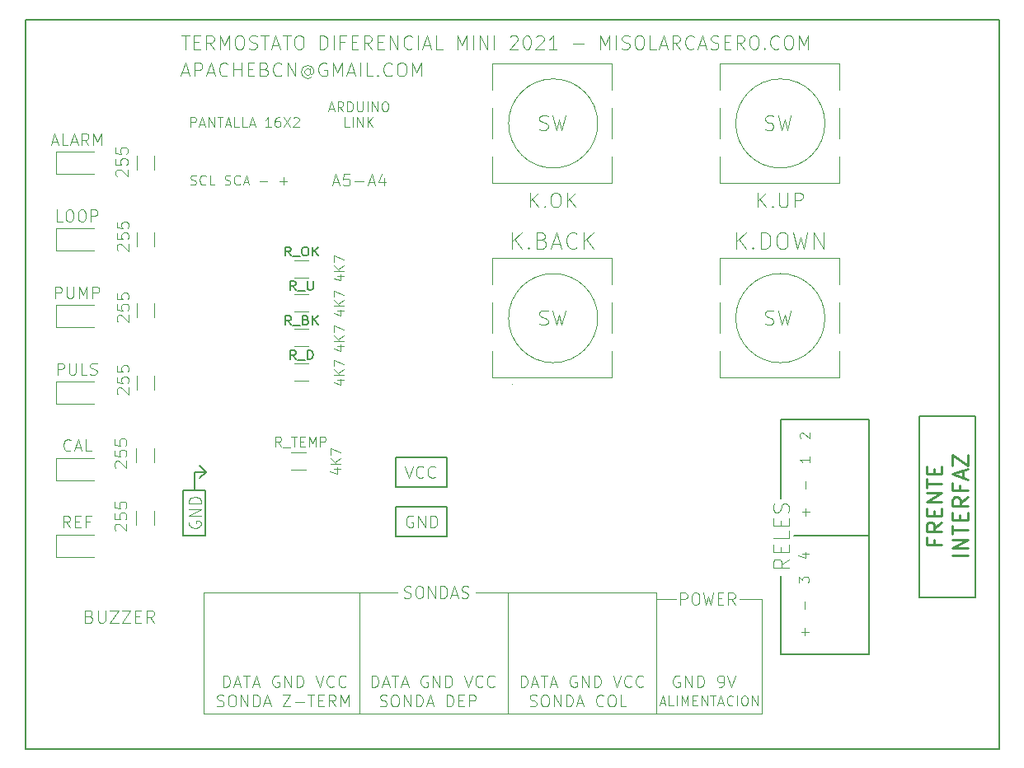
<source format=gto>
%TF.GenerationSoftware,KiCad,Pcbnew,5.1.10*%
%TF.CreationDate,2021-09-02T20:29:26+02:00*%
%TF.ProjectId,Termostato-Diferencial-Mini,5465726d-6f73-4746-9174-6f2d44696665,rev?*%
%TF.SameCoordinates,PX9e11d20PY4c6afd0*%
%TF.FileFunction,Legend,Top*%
%TF.FilePolarity,Positive*%
%FSLAX45Y45*%
G04 Gerber Fmt 4.5, Leading zero omitted, Abs format (unit mm)*
G04 Created by KiCad (PCBNEW 5.1.10) date 2021-09-02 20:29:26*
%MOMM*%
%LPD*%
G01*
G04 APERTURE LIST*
%ADD10C,0.100000*%
%ADD11C,0.150000*%
%ADD12C,0.050000*%
%TA.AperFunction,Profile*%
%ADD13C,0.200000*%
%TD*%
%ADD14C,0.250000*%
%ADD15C,0.120000*%
G04 APERTURE END LIST*
D10*
X-2372419Y-640238D02*
X-2405752Y-592619D01*
X-2429562Y-640238D02*
X-2429562Y-540238D01*
X-2391467Y-540238D01*
X-2381943Y-545000D01*
X-2377181Y-549762D01*
X-2372419Y-559286D01*
X-2372419Y-573571D01*
X-2377181Y-583095D01*
X-2381943Y-587857D01*
X-2391467Y-592619D01*
X-2429562Y-592619D01*
X-2353372Y-649762D02*
X-2277181Y-649762D01*
X-2267657Y-540238D02*
X-2210514Y-540238D01*
X-2239086Y-640238D02*
X-2239086Y-540238D01*
X-2177181Y-587857D02*
X-2143848Y-587857D01*
X-2129562Y-640238D02*
X-2177181Y-640238D01*
X-2177181Y-540238D01*
X-2129562Y-540238D01*
X-2086705Y-640238D02*
X-2086705Y-540238D01*
X-2053371Y-611667D01*
X-2020038Y-540238D01*
X-2020038Y-640238D01*
X-1972419Y-640238D02*
X-1972419Y-540238D01*
X-1934324Y-540238D01*
X-1924800Y-545000D01*
X-1920038Y-549762D01*
X-1915276Y-559286D01*
X-1915276Y-573571D01*
X-1920038Y-583095D01*
X-1924800Y-587857D01*
X-1934324Y-592619D01*
X-1972419Y-592619D01*
D11*
X2760200Y-363000D02*
X2760200Y-1179000D01*
X2760200Y-363000D02*
X3667200Y-363000D01*
X2760200Y-2773000D02*
X2760200Y-1971000D01*
X3667200Y-2773000D02*
X2760200Y-2773000D01*
X3667200Y-363000D02*
X3667200Y-2773000D01*
D10*
X1685200Y-2211000D02*
X1483300Y-2211000D01*
X-3164800Y-3388000D02*
X2567200Y-3388000D01*
D11*
X-2219943Y255286D02*
X-2253276Y298143D01*
X-2277086Y255286D02*
X-2277086Y345286D01*
X-2238991Y345286D01*
X-2229467Y341000D01*
X-2224705Y336714D01*
X-2219943Y328143D01*
X-2219943Y315286D01*
X-2224705Y306714D01*
X-2229467Y302429D01*
X-2238991Y298143D01*
X-2277086Y298143D01*
X-2200895Y246714D02*
X-2124705Y246714D01*
X-2100895Y255286D02*
X-2100895Y345286D01*
X-2077086Y345286D01*
X-2062800Y341000D01*
X-2053276Y332429D01*
X-2048514Y323857D01*
X-2043752Y306714D01*
X-2043752Y293857D01*
X-2048514Y276714D01*
X-2053276Y268143D01*
X-2062800Y259571D01*
X-2077086Y255286D01*
X-2100895Y255286D01*
X-2269943Y610286D02*
X-2303276Y653143D01*
X-2327086Y610286D02*
X-2327086Y700286D01*
X-2288991Y700286D01*
X-2279467Y696000D01*
X-2274705Y691714D01*
X-2269943Y683143D01*
X-2269943Y670286D01*
X-2274705Y661714D01*
X-2279467Y657429D01*
X-2288991Y653143D01*
X-2327086Y653143D01*
X-2250895Y601714D02*
X-2174705Y601714D01*
X-2117562Y657429D02*
X-2103276Y653143D01*
X-2098514Y648857D01*
X-2093752Y640286D01*
X-2093752Y627429D01*
X-2098514Y618857D01*
X-2103276Y614572D01*
X-2112800Y610286D01*
X-2150895Y610286D01*
X-2150895Y700286D01*
X-2117562Y700286D01*
X-2108038Y696000D01*
X-2103276Y691714D01*
X-2098514Y683143D01*
X-2098514Y674572D01*
X-2103276Y666000D01*
X-2108038Y661714D01*
X-2117562Y657429D01*
X-2150895Y657429D01*
X-2050895Y610286D02*
X-2050895Y700286D01*
X-1993752Y610286D02*
X-2036610Y661714D01*
X-1993752Y700286D02*
X-2050895Y648857D01*
X-2222324Y966286D02*
X-2255657Y1009143D01*
X-2279467Y966286D02*
X-2279467Y1056286D01*
X-2241372Y1056286D01*
X-2231848Y1052000D01*
X-2227086Y1047714D01*
X-2222324Y1039143D01*
X-2222324Y1026286D01*
X-2227086Y1017714D01*
X-2231848Y1013429D01*
X-2241372Y1009143D01*
X-2279467Y1009143D01*
X-2203276Y957714D02*
X-2127086Y957714D01*
X-2103276Y1056286D02*
X-2103276Y983429D01*
X-2098514Y974857D01*
X-2093752Y970571D01*
X-2084229Y966286D01*
X-2065181Y966286D01*
X-2055657Y970571D01*
X-2050895Y974857D01*
X-2046133Y983429D01*
X-2046133Y1056286D01*
X-2272324Y1318286D02*
X-2305657Y1361143D01*
X-2329467Y1318286D02*
X-2329467Y1408286D01*
X-2291372Y1408286D01*
X-2281848Y1404000D01*
X-2277086Y1399714D01*
X-2272324Y1391143D01*
X-2272324Y1378286D01*
X-2277086Y1369714D01*
X-2281848Y1365429D01*
X-2291372Y1361143D01*
X-2329467Y1361143D01*
X-2253276Y1309714D02*
X-2177086Y1309714D01*
X-2134229Y1408286D02*
X-2115181Y1408286D01*
X-2105657Y1404000D01*
X-2096133Y1395429D01*
X-2091371Y1378286D01*
X-2091371Y1348286D01*
X-2096133Y1331143D01*
X-2105657Y1322572D01*
X-2115181Y1318286D01*
X-2134229Y1318286D01*
X-2143752Y1322572D01*
X-2153276Y1331143D01*
X-2158038Y1348286D01*
X-2158038Y1378286D01*
X-2153276Y1395429D01*
X-2143752Y1404000D01*
X-2134229Y1408286D01*
X-2048514Y1318286D02*
X-2048514Y1408286D01*
X-1991371Y1318286D02*
X-2034229Y1369714D01*
X-1991371Y1408286D02*
X-2048514Y1356857D01*
D10*
X-1882562Y2830333D02*
X-1834943Y2830333D01*
X-1892086Y2801762D02*
X-1858752Y2901762D01*
X-1825419Y2801762D01*
X-1734943Y2801762D02*
X-1768276Y2849381D01*
X-1792086Y2801762D02*
X-1792086Y2901762D01*
X-1753990Y2901762D01*
X-1744467Y2897000D01*
X-1739705Y2892238D01*
X-1734943Y2882714D01*
X-1734943Y2868429D01*
X-1739705Y2858905D01*
X-1744467Y2854143D01*
X-1753990Y2849381D01*
X-1792086Y2849381D01*
X-1692086Y2801762D02*
X-1692086Y2901762D01*
X-1668276Y2901762D01*
X-1653990Y2897000D01*
X-1644467Y2887476D01*
X-1639705Y2877952D01*
X-1634943Y2858905D01*
X-1634943Y2844619D01*
X-1639705Y2825571D01*
X-1644467Y2816048D01*
X-1653990Y2806524D01*
X-1668276Y2801762D01*
X-1692086Y2801762D01*
X-1592086Y2901762D02*
X-1592086Y2820810D01*
X-1587324Y2811286D01*
X-1582562Y2806524D01*
X-1573038Y2801762D01*
X-1553990Y2801762D01*
X-1544467Y2806524D01*
X-1539705Y2811286D01*
X-1534943Y2820810D01*
X-1534943Y2901762D01*
X-1487324Y2801762D02*
X-1487324Y2901762D01*
X-1439705Y2801762D02*
X-1439705Y2901762D01*
X-1382562Y2801762D01*
X-1382562Y2901762D01*
X-1315895Y2901762D02*
X-1296848Y2901762D01*
X-1287324Y2897000D01*
X-1277800Y2887476D01*
X-1273038Y2868429D01*
X-1273038Y2835095D01*
X-1277800Y2816048D01*
X-1287324Y2806524D01*
X-1296848Y2801762D01*
X-1315895Y2801762D01*
X-1325419Y2806524D01*
X-1334943Y2816048D01*
X-1339705Y2835095D01*
X-1339705Y2868429D01*
X-1334943Y2887476D01*
X-1325419Y2897000D01*
X-1315895Y2901762D01*
X-1673038Y2641762D02*
X-1720657Y2641762D01*
X-1720657Y2741762D01*
X-1639705Y2641762D02*
X-1639705Y2741762D01*
X-1592086Y2641762D02*
X-1592086Y2741762D01*
X-1534943Y2641762D01*
X-1534943Y2741762D01*
X-1487324Y2641762D02*
X-1487324Y2741762D01*
X-1430181Y2641762D02*
X-1473038Y2698905D01*
X-1430181Y2741762D02*
X-1487324Y2684619D01*
D11*
X-3379800Y-1559000D02*
X-3379800Y-1090000D01*
X-3154800Y-1559000D02*
X-3379800Y-1559000D01*
X-3154800Y-1090000D02*
X-3154800Y-1559000D01*
X-3379800Y-1090000D02*
X-3154800Y-1090000D01*
D10*
X-1839371Y2072200D02*
X-1782229Y2072200D01*
X-1850800Y2037914D02*
X-1810800Y2157914D01*
X-1770800Y2037914D01*
X-1673657Y2157914D02*
X-1730800Y2157914D01*
X-1736514Y2100772D01*
X-1730800Y2106486D01*
X-1719371Y2112200D01*
X-1690800Y2112200D01*
X-1679371Y2106486D01*
X-1673657Y2100772D01*
X-1667943Y2089343D01*
X-1667943Y2060771D01*
X-1673657Y2049343D01*
X-1679371Y2043629D01*
X-1690800Y2037914D01*
X-1719371Y2037914D01*
X-1730800Y2043629D01*
X-1736514Y2049343D01*
X-1616514Y2083629D02*
X-1525086Y2083629D01*
X-1473657Y2072200D02*
X-1416514Y2072200D01*
X-1485086Y2037914D02*
X-1445086Y2157914D01*
X-1405086Y2037914D01*
X-1313657Y2117914D02*
X-1313657Y2037914D01*
X-1342229Y2163629D02*
X-1370800Y2077914D01*
X-1296514Y2077914D01*
X-3388300Y3203167D02*
X-3321633Y3203167D01*
X-3401633Y3163167D02*
X-3354967Y3303167D01*
X-3308300Y3163167D01*
X-3261633Y3163167D02*
X-3261633Y3303167D01*
X-3208300Y3303167D01*
X-3194967Y3296500D01*
X-3188300Y3289833D01*
X-3181633Y3276500D01*
X-3181633Y3256500D01*
X-3188300Y3243167D01*
X-3194967Y3236500D01*
X-3208300Y3229833D01*
X-3261633Y3229833D01*
X-3128300Y3203167D02*
X-3061633Y3203167D01*
X-3141633Y3163167D02*
X-3094967Y3303167D01*
X-3048300Y3163167D01*
X-2921633Y3176500D02*
X-2928300Y3169833D01*
X-2948300Y3163167D01*
X-2961633Y3163167D01*
X-2981633Y3169833D01*
X-2994967Y3183167D01*
X-3001633Y3196500D01*
X-3008300Y3223167D01*
X-3008300Y3243167D01*
X-3001633Y3269833D01*
X-2994967Y3283167D01*
X-2981633Y3296500D01*
X-2961633Y3303167D01*
X-2948300Y3303167D01*
X-2928300Y3296500D01*
X-2921633Y3289833D01*
X-2861633Y3163167D02*
X-2861633Y3303167D01*
X-2861633Y3236500D02*
X-2781633Y3236500D01*
X-2781633Y3163167D02*
X-2781633Y3303167D01*
X-2714967Y3236500D02*
X-2668300Y3236500D01*
X-2648300Y3163167D02*
X-2714967Y3163167D01*
X-2714967Y3303167D01*
X-2648300Y3303167D01*
X-2541633Y3236500D02*
X-2521633Y3229833D01*
X-2514967Y3223167D01*
X-2508300Y3209833D01*
X-2508300Y3189833D01*
X-2514967Y3176500D01*
X-2521633Y3169833D01*
X-2534967Y3163167D01*
X-2588300Y3163167D01*
X-2588300Y3303167D01*
X-2541633Y3303167D01*
X-2528300Y3296500D01*
X-2521633Y3289833D01*
X-2514967Y3276500D01*
X-2514967Y3263167D01*
X-2521633Y3249833D01*
X-2528300Y3243167D01*
X-2541633Y3236500D01*
X-2588300Y3236500D01*
X-2368300Y3176500D02*
X-2374967Y3169833D01*
X-2394967Y3163167D01*
X-2408300Y3163167D01*
X-2428300Y3169833D01*
X-2441633Y3183167D01*
X-2448300Y3196500D01*
X-2454967Y3223167D01*
X-2454967Y3243167D01*
X-2448300Y3269833D01*
X-2441633Y3283167D01*
X-2428300Y3296500D01*
X-2408300Y3303167D01*
X-2394967Y3303167D01*
X-2374967Y3296500D01*
X-2368300Y3289833D01*
X-2308300Y3163167D02*
X-2308300Y3303167D01*
X-2228300Y3163167D01*
X-2228300Y3303167D01*
X-2074967Y3229833D02*
X-2081633Y3236500D01*
X-2094967Y3243167D01*
X-2108300Y3243167D01*
X-2121633Y3236500D01*
X-2128300Y3229833D01*
X-2134967Y3216500D01*
X-2134967Y3203167D01*
X-2128300Y3189833D01*
X-2121633Y3183167D01*
X-2108300Y3176500D01*
X-2094967Y3176500D01*
X-2081633Y3183167D01*
X-2074967Y3189833D01*
X-2074967Y3243167D02*
X-2074967Y3189833D01*
X-2068300Y3183167D01*
X-2061633Y3183167D01*
X-2048300Y3189833D01*
X-2041633Y3203167D01*
X-2041633Y3236500D01*
X-2054967Y3256500D01*
X-2074967Y3269833D01*
X-2101633Y3276500D01*
X-2128300Y3269833D01*
X-2148300Y3256500D01*
X-2161633Y3236500D01*
X-2168300Y3209833D01*
X-2161633Y3183167D01*
X-2148300Y3163167D01*
X-2128300Y3149833D01*
X-2101633Y3143167D01*
X-2074967Y3149833D01*
X-2054967Y3163167D01*
X-1908300Y3296500D02*
X-1921633Y3303167D01*
X-1941633Y3303167D01*
X-1961633Y3296500D01*
X-1974967Y3283167D01*
X-1981633Y3269833D01*
X-1988300Y3243167D01*
X-1988300Y3223167D01*
X-1981633Y3196500D01*
X-1974967Y3183167D01*
X-1961633Y3169833D01*
X-1941633Y3163167D01*
X-1928300Y3163167D01*
X-1908300Y3169833D01*
X-1901633Y3176500D01*
X-1901633Y3223167D01*
X-1928300Y3223167D01*
X-1841633Y3163167D02*
X-1841633Y3303167D01*
X-1794967Y3203167D01*
X-1748300Y3303167D01*
X-1748300Y3163167D01*
X-1688300Y3203167D02*
X-1621633Y3203167D01*
X-1701633Y3163167D02*
X-1654967Y3303167D01*
X-1608300Y3163167D01*
X-1561633Y3163167D02*
X-1561633Y3303167D01*
X-1428300Y3163167D02*
X-1494967Y3163167D01*
X-1494967Y3303167D01*
X-1381633Y3176500D02*
X-1374967Y3169833D01*
X-1381633Y3163167D01*
X-1388300Y3169833D01*
X-1381633Y3176500D01*
X-1381633Y3163167D01*
X-1234967Y3176500D02*
X-1241633Y3169833D01*
X-1261633Y3163167D01*
X-1274967Y3163167D01*
X-1294967Y3169833D01*
X-1308300Y3183167D01*
X-1314967Y3196500D01*
X-1321633Y3223167D01*
X-1321633Y3243167D01*
X-1314967Y3269833D01*
X-1308300Y3283167D01*
X-1294967Y3296500D01*
X-1274967Y3303167D01*
X-1261633Y3303167D01*
X-1241633Y3296500D01*
X-1234967Y3289833D01*
X-1148300Y3303167D02*
X-1121633Y3303167D01*
X-1108300Y3296500D01*
X-1094967Y3283167D01*
X-1088300Y3256500D01*
X-1088300Y3209833D01*
X-1094967Y3183167D01*
X-1108300Y3169833D01*
X-1121633Y3163167D01*
X-1148300Y3163167D01*
X-1161633Y3169833D01*
X-1174967Y3183167D01*
X-1181633Y3209833D01*
X-1181633Y3256500D01*
X-1174967Y3283167D01*
X-1161633Y3296500D01*
X-1148300Y3303167D01*
X-1028300Y3163167D02*
X-1028300Y3303167D01*
X-981633Y3203167D01*
X-934967Y3303167D01*
X-934967Y3163167D01*
X-3394367Y3582167D02*
X-3314367Y3582167D01*
X-3354367Y3442167D02*
X-3354367Y3582167D01*
X-3267700Y3515500D02*
X-3221033Y3515500D01*
X-3201033Y3442167D02*
X-3267700Y3442167D01*
X-3267700Y3582167D01*
X-3201033Y3582167D01*
X-3061033Y3442167D02*
X-3107700Y3508833D01*
X-3141033Y3442167D02*
X-3141033Y3582167D01*
X-3087700Y3582167D01*
X-3074367Y3575500D01*
X-3067700Y3568833D01*
X-3061033Y3555500D01*
X-3061033Y3535500D01*
X-3067700Y3522167D01*
X-3074367Y3515500D01*
X-3087700Y3508833D01*
X-3141033Y3508833D01*
X-3001033Y3442167D02*
X-3001033Y3582167D01*
X-2954367Y3482167D01*
X-2907700Y3582167D01*
X-2907700Y3442167D01*
X-2814367Y3582167D02*
X-2787700Y3582167D01*
X-2774367Y3575500D01*
X-2761033Y3562167D01*
X-2754367Y3535500D01*
X-2754367Y3488833D01*
X-2761033Y3462167D01*
X-2774367Y3448833D01*
X-2787700Y3442167D01*
X-2814367Y3442167D01*
X-2827700Y3448833D01*
X-2841033Y3462167D01*
X-2847700Y3488833D01*
X-2847700Y3535500D01*
X-2841033Y3562167D01*
X-2827700Y3575500D01*
X-2814367Y3582167D01*
X-2701033Y3448833D02*
X-2681033Y3442167D01*
X-2647700Y3442167D01*
X-2634367Y3448833D01*
X-2627700Y3455500D01*
X-2621033Y3468833D01*
X-2621033Y3482167D01*
X-2627700Y3495500D01*
X-2634367Y3502167D01*
X-2647700Y3508833D01*
X-2674367Y3515500D01*
X-2687700Y3522167D01*
X-2694367Y3528833D01*
X-2701033Y3542167D01*
X-2701033Y3555500D01*
X-2694367Y3568833D01*
X-2687700Y3575500D01*
X-2674367Y3582167D01*
X-2641033Y3582167D01*
X-2621033Y3575500D01*
X-2581033Y3582167D02*
X-2501033Y3582167D01*
X-2541033Y3442167D02*
X-2541033Y3582167D01*
X-2461033Y3482167D02*
X-2394367Y3482167D01*
X-2474367Y3442167D02*
X-2427700Y3582167D01*
X-2381033Y3442167D01*
X-2354367Y3582167D02*
X-2274367Y3582167D01*
X-2314367Y3442167D02*
X-2314367Y3582167D01*
X-2201033Y3582167D02*
X-2174367Y3582167D01*
X-2161033Y3575500D01*
X-2147700Y3562167D01*
X-2141033Y3535500D01*
X-2141033Y3488833D01*
X-2147700Y3462167D01*
X-2161033Y3448833D01*
X-2174367Y3442167D01*
X-2201033Y3442167D01*
X-2214367Y3448833D01*
X-2227700Y3462167D01*
X-2234367Y3488833D01*
X-2234367Y3535500D01*
X-2227700Y3562167D01*
X-2214367Y3575500D01*
X-2201033Y3582167D01*
X-1974367Y3442167D02*
X-1974367Y3582167D01*
X-1941033Y3582167D01*
X-1921033Y3575500D01*
X-1907700Y3562167D01*
X-1901033Y3548833D01*
X-1894367Y3522167D01*
X-1894367Y3502167D01*
X-1901033Y3475500D01*
X-1907700Y3462167D01*
X-1921033Y3448833D01*
X-1941033Y3442167D01*
X-1974367Y3442167D01*
X-1834367Y3442167D02*
X-1834367Y3582167D01*
X-1721033Y3515500D02*
X-1767700Y3515500D01*
X-1767700Y3442167D02*
X-1767700Y3582167D01*
X-1701033Y3582167D01*
X-1647700Y3515500D02*
X-1601033Y3515500D01*
X-1581033Y3442167D02*
X-1647700Y3442167D01*
X-1647700Y3582167D01*
X-1581033Y3582167D01*
X-1441033Y3442167D02*
X-1487700Y3508833D01*
X-1521033Y3442167D02*
X-1521033Y3582167D01*
X-1467700Y3582167D01*
X-1454367Y3575500D01*
X-1447700Y3568833D01*
X-1441033Y3555500D01*
X-1441033Y3535500D01*
X-1447700Y3522167D01*
X-1454367Y3515500D01*
X-1467700Y3508833D01*
X-1521033Y3508833D01*
X-1381033Y3515500D02*
X-1334367Y3515500D01*
X-1314367Y3442167D02*
X-1381033Y3442167D01*
X-1381033Y3582167D01*
X-1314367Y3582167D01*
X-1254367Y3442167D02*
X-1254367Y3582167D01*
X-1174367Y3442167D01*
X-1174367Y3582167D01*
X-1027700Y3455500D02*
X-1034367Y3448833D01*
X-1054367Y3442167D01*
X-1067700Y3442167D01*
X-1087700Y3448833D01*
X-1101033Y3462167D01*
X-1107700Y3475500D01*
X-1114367Y3502167D01*
X-1114367Y3522167D01*
X-1107700Y3548833D01*
X-1101033Y3562167D01*
X-1087700Y3575500D01*
X-1067700Y3582167D01*
X-1054367Y3582167D01*
X-1034367Y3575500D01*
X-1027700Y3568833D01*
X-967700Y3442167D02*
X-967700Y3582167D01*
X-907700Y3482167D02*
X-841033Y3482167D01*
X-921033Y3442167D02*
X-874367Y3582167D01*
X-827700Y3442167D01*
X-714367Y3442167D02*
X-781033Y3442167D01*
X-781033Y3582167D01*
X-561033Y3442167D02*
X-561033Y3582167D01*
X-514367Y3482167D01*
X-467700Y3582167D01*
X-467700Y3442167D01*
X-401033Y3442167D02*
X-401033Y3582167D01*
X-334367Y3442167D02*
X-334367Y3582167D01*
X-254367Y3442167D01*
X-254367Y3582167D01*
X-187700Y3442167D02*
X-187700Y3582167D01*
X-21033Y3568833D02*
X-14367Y3575500D01*
X-1033Y3582167D01*
X32300Y3582167D01*
X45633Y3575500D01*
X52300Y3568833D01*
X58967Y3555500D01*
X58967Y3542167D01*
X52300Y3522167D01*
X-27700Y3442167D01*
X58967Y3442167D01*
X145633Y3582167D02*
X158967Y3582167D01*
X172300Y3575500D01*
X178967Y3568833D01*
X185633Y3555500D01*
X192300Y3528833D01*
X192300Y3495500D01*
X185633Y3468833D01*
X178967Y3455500D01*
X172300Y3448833D01*
X158967Y3442167D01*
X145633Y3442167D01*
X132300Y3448833D01*
X125633Y3455500D01*
X118967Y3468833D01*
X112300Y3495500D01*
X112300Y3528833D01*
X118967Y3555500D01*
X125633Y3568833D01*
X132300Y3575500D01*
X145633Y3582167D01*
X245633Y3568833D02*
X252300Y3575500D01*
X265633Y3582167D01*
X298967Y3582167D01*
X312300Y3575500D01*
X318967Y3568833D01*
X325633Y3555500D01*
X325633Y3542167D01*
X318967Y3522167D01*
X238967Y3442167D01*
X325633Y3442167D01*
X458967Y3442167D02*
X378967Y3442167D01*
X418967Y3442167D02*
X418967Y3582167D01*
X405633Y3562167D01*
X392300Y3548833D01*
X378967Y3542167D01*
X625633Y3495500D02*
X732300Y3495500D01*
X905633Y3442167D02*
X905633Y3582167D01*
X952300Y3482167D01*
X998967Y3582167D01*
X998967Y3442167D01*
X1065633Y3442167D02*
X1065633Y3582167D01*
X1125633Y3448833D02*
X1145633Y3442167D01*
X1178967Y3442167D01*
X1192300Y3448833D01*
X1198967Y3455500D01*
X1205633Y3468833D01*
X1205633Y3482167D01*
X1198967Y3495500D01*
X1192300Y3502167D01*
X1178967Y3508833D01*
X1152300Y3515500D01*
X1138967Y3522167D01*
X1132300Y3528833D01*
X1125633Y3542167D01*
X1125633Y3555500D01*
X1132300Y3568833D01*
X1138967Y3575500D01*
X1152300Y3582167D01*
X1185633Y3582167D01*
X1205633Y3575500D01*
X1292300Y3582167D02*
X1318967Y3582167D01*
X1332300Y3575500D01*
X1345633Y3562167D01*
X1352300Y3535500D01*
X1352300Y3488833D01*
X1345633Y3462167D01*
X1332300Y3448833D01*
X1318967Y3442167D01*
X1292300Y3442167D01*
X1278967Y3448833D01*
X1265633Y3462167D01*
X1258967Y3488833D01*
X1258967Y3535500D01*
X1265633Y3562167D01*
X1278967Y3575500D01*
X1292300Y3582167D01*
X1478967Y3442167D02*
X1412300Y3442167D01*
X1412300Y3582167D01*
X1518967Y3482167D02*
X1585633Y3482167D01*
X1505633Y3442167D02*
X1552300Y3582167D01*
X1598967Y3442167D01*
X1725633Y3442167D02*
X1678967Y3508833D01*
X1645633Y3442167D02*
X1645633Y3582167D01*
X1698967Y3582167D01*
X1712300Y3575500D01*
X1718967Y3568833D01*
X1725633Y3555500D01*
X1725633Y3535500D01*
X1718967Y3522167D01*
X1712300Y3515500D01*
X1698967Y3508833D01*
X1645633Y3508833D01*
X1865633Y3455500D02*
X1858967Y3448833D01*
X1838967Y3442167D01*
X1825633Y3442167D01*
X1805633Y3448833D01*
X1792300Y3462167D01*
X1785633Y3475500D01*
X1778967Y3502167D01*
X1778967Y3522167D01*
X1785633Y3548833D01*
X1792300Y3562167D01*
X1805633Y3575500D01*
X1825633Y3582167D01*
X1838967Y3582167D01*
X1858967Y3575500D01*
X1865633Y3568833D01*
X1918967Y3482167D02*
X1985633Y3482167D01*
X1905633Y3442167D02*
X1952300Y3582167D01*
X1998967Y3442167D01*
X2038967Y3448833D02*
X2058967Y3442167D01*
X2092300Y3442167D01*
X2105633Y3448833D01*
X2112300Y3455500D01*
X2118967Y3468833D01*
X2118967Y3482167D01*
X2112300Y3495500D01*
X2105633Y3502167D01*
X2092300Y3508833D01*
X2065633Y3515500D01*
X2052300Y3522167D01*
X2045633Y3528833D01*
X2038967Y3542167D01*
X2038967Y3555500D01*
X2045633Y3568833D01*
X2052300Y3575500D01*
X2065633Y3582167D01*
X2098967Y3582167D01*
X2118967Y3575500D01*
X2178967Y3515500D02*
X2225633Y3515500D01*
X2245633Y3442167D02*
X2178967Y3442167D01*
X2178967Y3582167D01*
X2245633Y3582167D01*
X2385633Y3442167D02*
X2338967Y3508833D01*
X2305633Y3442167D02*
X2305633Y3582167D01*
X2358967Y3582167D01*
X2372300Y3575500D01*
X2378967Y3568833D01*
X2385633Y3555500D01*
X2385633Y3535500D01*
X2378967Y3522167D01*
X2372300Y3515500D01*
X2358967Y3508833D01*
X2305633Y3508833D01*
X2472300Y3582167D02*
X2498967Y3582167D01*
X2512300Y3575500D01*
X2525633Y3562167D01*
X2532300Y3535500D01*
X2532300Y3488833D01*
X2525633Y3462167D01*
X2512300Y3448833D01*
X2498967Y3442167D01*
X2472300Y3442167D01*
X2458967Y3448833D01*
X2445633Y3462167D01*
X2438967Y3488833D01*
X2438967Y3535500D01*
X2445633Y3562167D01*
X2458967Y3575500D01*
X2472300Y3582167D01*
X2592300Y3455500D02*
X2598967Y3448833D01*
X2592300Y3442167D01*
X2585633Y3448833D01*
X2592300Y3455500D01*
X2592300Y3442167D01*
X2738967Y3455500D02*
X2732300Y3448833D01*
X2712300Y3442167D01*
X2698967Y3442167D01*
X2678967Y3448833D01*
X2665633Y3462167D01*
X2658967Y3475500D01*
X2652300Y3502167D01*
X2652300Y3522167D01*
X2658967Y3548833D01*
X2665633Y3562167D01*
X2678967Y3575500D01*
X2698967Y3582167D01*
X2712300Y3582167D01*
X2732300Y3575500D01*
X2738967Y3568833D01*
X2825633Y3582167D02*
X2852300Y3582167D01*
X2865633Y3575500D01*
X2878967Y3562167D01*
X2885633Y3535500D01*
X2885633Y3488833D01*
X2878967Y3462167D01*
X2865633Y3448833D01*
X2852300Y3442167D01*
X2825633Y3442167D01*
X2812300Y3448833D01*
X2798967Y3462167D01*
X2792300Y3488833D01*
X2792300Y3535500D01*
X2798967Y3562167D01*
X2812300Y3575500D01*
X2825633Y3582167D01*
X2945633Y3442167D02*
X2945633Y3582167D01*
X2992300Y3482167D01*
X3038967Y3582167D01*
X3038967Y3442167D01*
X-1794209Y1112149D02*
X-1727542Y1112149D01*
X-1832304Y1088339D02*
X-1760875Y1064530D01*
X-1760875Y1126434D01*
X-1727542Y1164530D02*
X-1827542Y1164530D01*
X-1727542Y1221672D02*
X-1784685Y1178815D01*
X-1827542Y1221672D02*
X-1770399Y1164530D01*
X-1827542Y1255006D02*
X-1827542Y1321672D01*
X-1727542Y1278815D01*
X-1794209Y751469D02*
X-1727542Y751469D01*
X-1832304Y727659D02*
X-1760875Y703850D01*
X-1760875Y765754D01*
X-1727542Y803850D02*
X-1827542Y803850D01*
X-1727542Y860992D02*
X-1784685Y818135D01*
X-1827542Y860992D02*
X-1770399Y803850D01*
X-1827542Y894326D02*
X-1827542Y960992D01*
X-1727542Y918135D01*
X-1794209Y390789D02*
X-1727542Y390789D01*
X-1832304Y366979D02*
X-1760875Y343170D01*
X-1760875Y405074D01*
X-1727542Y443170D02*
X-1827542Y443170D01*
X-1727542Y500312D02*
X-1784685Y457455D01*
X-1827542Y500312D02*
X-1770399Y443170D01*
X-1827542Y533646D02*
X-1827542Y600312D01*
X-1727542Y557455D01*
X-1794209Y40269D02*
X-1727542Y40269D01*
X-1832304Y16459D02*
X-1760875Y-7350D01*
X-1760875Y54554D01*
X-1727542Y92650D02*
X-1827542Y92650D01*
X-1727542Y149792D02*
X-1784685Y106935D01*
X-1827542Y149792D02*
X-1770399Y92650D01*
X-1827542Y183126D02*
X-1827542Y249792D01*
X-1727542Y206935D01*
X87786Y-3114186D02*
X87786Y-2994186D01*
X116357Y-2994186D01*
X133500Y-2999900D01*
X144929Y-3011328D01*
X150643Y-3022757D01*
X156357Y-3045614D01*
X156357Y-3062757D01*
X150643Y-3085614D01*
X144929Y-3097043D01*
X133500Y-3108471D01*
X116357Y-3114186D01*
X87786Y-3114186D01*
X202071Y-3079900D02*
X259214Y-3079900D01*
X190643Y-3114186D02*
X230643Y-2994186D01*
X270643Y-3114186D01*
X293500Y-2994186D02*
X362071Y-2994186D01*
X327786Y-3114186D02*
X327786Y-2994186D01*
X396357Y-3079900D02*
X453500Y-3079900D01*
X384928Y-3114186D02*
X424928Y-2994186D01*
X464928Y-3114186D01*
X659214Y-2999900D02*
X647786Y-2994186D01*
X630643Y-2994186D01*
X613500Y-2999900D01*
X602071Y-3011328D01*
X596357Y-3022757D01*
X590643Y-3045614D01*
X590643Y-3062757D01*
X596357Y-3085614D01*
X602071Y-3097043D01*
X613500Y-3108471D01*
X630643Y-3114186D01*
X642071Y-3114186D01*
X659214Y-3108471D01*
X664929Y-3102757D01*
X664929Y-3062757D01*
X642071Y-3062757D01*
X716357Y-3114186D02*
X716357Y-2994186D01*
X784928Y-3114186D01*
X784928Y-2994186D01*
X842071Y-3114186D02*
X842071Y-2994186D01*
X870643Y-2994186D01*
X887786Y-2999900D01*
X899214Y-3011328D01*
X904928Y-3022757D01*
X910643Y-3045614D01*
X910643Y-3062757D01*
X904928Y-3085614D01*
X899214Y-3097043D01*
X887786Y-3108471D01*
X870643Y-3114186D01*
X842071Y-3114186D01*
X1036357Y-2994186D02*
X1076357Y-3114186D01*
X1116357Y-2994186D01*
X1224929Y-3102757D02*
X1219214Y-3108471D01*
X1202071Y-3114186D01*
X1190643Y-3114186D01*
X1173500Y-3108471D01*
X1162071Y-3097043D01*
X1156357Y-3085614D01*
X1150643Y-3062757D01*
X1150643Y-3045614D01*
X1156357Y-3022757D01*
X1162071Y-3011328D01*
X1173500Y-2999900D01*
X1190643Y-2994186D01*
X1202071Y-2994186D01*
X1219214Y-2999900D01*
X1224929Y-3005614D01*
X1344929Y-3102757D02*
X1339214Y-3108471D01*
X1322071Y-3114186D01*
X1310643Y-3114186D01*
X1293500Y-3108471D01*
X1282071Y-3097043D01*
X1276357Y-3085614D01*
X1270643Y-3062757D01*
X1270643Y-3045614D01*
X1276357Y-3022757D01*
X1282071Y-3011328D01*
X1293500Y-2999900D01*
X1310643Y-2994186D01*
X1322071Y-2994186D01*
X1339214Y-2999900D01*
X1344929Y-3005614D01*
D11*
X-3144100Y-902400D02*
X-3207600Y-965900D01*
X-3144100Y-902400D02*
X-3207600Y-838900D01*
D10*
X-3303562Y2642762D02*
X-3303562Y2742762D01*
X-3265467Y2742762D01*
X-3255943Y2738000D01*
X-3251181Y2733238D01*
X-3246419Y2723714D01*
X-3246419Y2709429D01*
X-3251181Y2699905D01*
X-3255943Y2695143D01*
X-3265467Y2690381D01*
X-3303562Y2690381D01*
X-3208324Y2671333D02*
X-3160705Y2671333D01*
X-3217848Y2642762D02*
X-3184514Y2742762D01*
X-3151181Y2642762D01*
X-3117848Y2642762D02*
X-3117848Y2742762D01*
X-3060705Y2642762D01*
X-3060705Y2742762D01*
X-3027371Y2742762D02*
X-2970229Y2742762D01*
X-2998800Y2642762D02*
X-2998800Y2742762D01*
X-2941657Y2671333D02*
X-2894038Y2671333D01*
X-2951181Y2642762D02*
X-2917848Y2742762D01*
X-2884514Y2642762D01*
X-2803562Y2642762D02*
X-2851181Y2642762D01*
X-2851181Y2742762D01*
X-2722610Y2642762D02*
X-2770229Y2642762D01*
X-2770229Y2742762D01*
X-2694038Y2671333D02*
X-2646419Y2671333D01*
X-2703562Y2642762D02*
X-2670229Y2742762D01*
X-2636895Y2642762D01*
X-2474991Y2642762D02*
X-2532133Y2642762D01*
X-2503562Y2642762D02*
X-2503562Y2742762D01*
X-2513086Y2728476D01*
X-2522610Y2718952D01*
X-2532133Y2714191D01*
X-2389276Y2742762D02*
X-2408324Y2742762D01*
X-2417848Y2738000D01*
X-2422610Y2733238D01*
X-2432133Y2718952D01*
X-2436895Y2699905D01*
X-2436895Y2661810D01*
X-2432133Y2652286D01*
X-2427372Y2647524D01*
X-2417848Y2642762D01*
X-2398800Y2642762D01*
X-2389276Y2647524D01*
X-2384514Y2652286D01*
X-2379752Y2661810D01*
X-2379752Y2685619D01*
X-2384514Y2695143D01*
X-2389276Y2699905D01*
X-2398800Y2704667D01*
X-2417848Y2704667D01*
X-2427372Y2699905D01*
X-2432133Y2695143D01*
X-2436895Y2685619D01*
X-2346419Y2742762D02*
X-2279752Y2642762D01*
X-2279752Y2742762D02*
X-2346419Y2642762D01*
X-2246419Y2733238D02*
X-2241657Y2738000D01*
X-2232133Y2742762D01*
X-2208324Y2742762D01*
X-2198800Y2738000D01*
X-2194038Y2733238D01*
X-2189276Y2723714D01*
X-2189276Y2714191D01*
X-2194038Y2699905D01*
X-2251181Y2642762D01*
X-2189276Y2642762D01*
X-3303419Y2051724D02*
X-3289133Y2046962D01*
X-3265324Y2046962D01*
X-3255800Y2051724D01*
X-3251038Y2056486D01*
X-3246276Y2066010D01*
X-3246276Y2075533D01*
X-3251038Y2085057D01*
X-3255800Y2089819D01*
X-3265324Y2094581D01*
X-3284371Y2099343D01*
X-3293895Y2104105D01*
X-3298657Y2108867D01*
X-3303419Y2118391D01*
X-3303419Y2127914D01*
X-3298657Y2137438D01*
X-3293895Y2142200D01*
X-3284371Y2146962D01*
X-3260562Y2146962D01*
X-3246276Y2142200D01*
X-3146276Y2056486D02*
X-3151038Y2051724D01*
X-3165324Y2046962D01*
X-3174848Y2046962D01*
X-3189133Y2051724D01*
X-3198657Y2061248D01*
X-3203419Y2070771D01*
X-3208181Y2089819D01*
X-3208181Y2104105D01*
X-3203419Y2123152D01*
X-3198657Y2132676D01*
X-3189133Y2142200D01*
X-3174848Y2146962D01*
X-3165324Y2146962D01*
X-3151038Y2142200D01*
X-3146276Y2137438D01*
X-3055800Y2046962D02*
X-3103419Y2046962D01*
X-3103419Y2146962D01*
X-2951038Y2051724D02*
X-2936752Y2046962D01*
X-2912943Y2046962D01*
X-2903419Y2051724D01*
X-2898657Y2056486D01*
X-2893895Y2066010D01*
X-2893895Y2075533D01*
X-2898657Y2085057D01*
X-2903419Y2089819D01*
X-2912943Y2094581D01*
X-2931990Y2099343D01*
X-2941514Y2104105D01*
X-2946276Y2108867D01*
X-2951038Y2118391D01*
X-2951038Y2127914D01*
X-2946276Y2137438D01*
X-2941514Y2142200D01*
X-2931990Y2146962D01*
X-2908181Y2146962D01*
X-2893895Y2142200D01*
X-2793895Y2056486D02*
X-2798657Y2051724D01*
X-2812943Y2046962D01*
X-2822467Y2046962D01*
X-2836752Y2051724D01*
X-2846276Y2061248D01*
X-2851038Y2070771D01*
X-2855800Y2089819D01*
X-2855800Y2104105D01*
X-2851038Y2123152D01*
X-2846276Y2132676D01*
X-2836752Y2142200D01*
X-2822467Y2146962D01*
X-2812943Y2146962D01*
X-2798657Y2142200D01*
X-2793895Y2137438D01*
X-2755800Y2075533D02*
X-2708181Y2075533D01*
X-2765324Y2046962D02*
X-2731991Y2146962D01*
X-2698657Y2046962D01*
X-2589133Y2085057D02*
X-2512943Y2085057D01*
X-2389133Y2085057D02*
X-2312943Y2085057D01*
X-2351038Y2046962D02*
X-2351038Y2123152D01*
X1519919Y-3274267D02*
X1567538Y-3274267D01*
X1510395Y-3302838D02*
X1543728Y-3202838D01*
X1577062Y-3302838D01*
X1658014Y-3302838D02*
X1610395Y-3302838D01*
X1610395Y-3202838D01*
X1691348Y-3302838D02*
X1691348Y-3202838D01*
X1738967Y-3302838D02*
X1738967Y-3202838D01*
X1772300Y-3274267D01*
X1805633Y-3202838D01*
X1805633Y-3302838D01*
X1853252Y-3250457D02*
X1886586Y-3250457D01*
X1900871Y-3302838D02*
X1853252Y-3302838D01*
X1853252Y-3202838D01*
X1900871Y-3202838D01*
X1943728Y-3302838D02*
X1943728Y-3202838D01*
X2000871Y-3302838D01*
X2000871Y-3202838D01*
X2034205Y-3202838D02*
X2091348Y-3202838D01*
X2062776Y-3302838D02*
X2062776Y-3202838D01*
X2119919Y-3274267D02*
X2167538Y-3274267D01*
X2110395Y-3302838D02*
X2143729Y-3202838D01*
X2177062Y-3302838D01*
X2267538Y-3293314D02*
X2262776Y-3298076D01*
X2248490Y-3302838D01*
X2238967Y-3302838D01*
X2224681Y-3298076D01*
X2215157Y-3288552D01*
X2210395Y-3279028D01*
X2205633Y-3259981D01*
X2205633Y-3245695D01*
X2210395Y-3226648D01*
X2215157Y-3217124D01*
X2224681Y-3207600D01*
X2238967Y-3202838D01*
X2248490Y-3202838D01*
X2262776Y-3207600D01*
X2267538Y-3212362D01*
X2310395Y-3302838D02*
X2310395Y-3202838D01*
X2377062Y-3202838D02*
X2396110Y-3202838D01*
X2405633Y-3207600D01*
X2415157Y-3217124D01*
X2419919Y-3236171D01*
X2419919Y-3269505D01*
X2415157Y-3288552D01*
X2405633Y-3298076D01*
X2396110Y-3302838D01*
X2377062Y-3302838D01*
X2367538Y-3298076D01*
X2358014Y-3288552D01*
X2353252Y-3269505D01*
X2353252Y-3236171D01*
X2358014Y-3217124D01*
X2367538Y-3207600D01*
X2377062Y-3202838D01*
X2462776Y-3302838D02*
X2462776Y-3202838D01*
X2519919Y-3302838D01*
X2519919Y-3202838D01*
D11*
X-1195100Y-1562800D02*
X-1195100Y-1258000D01*
X-674400Y-1562800D02*
X-1195100Y-1562800D01*
X-674400Y-1258000D02*
X-674400Y-1562800D01*
X-1195100Y-1258000D02*
X-674400Y-1258000D01*
X-1195100Y-1054800D02*
X-1195100Y-750000D01*
X-674400Y-1054800D02*
X-1195100Y-1054800D01*
X-674400Y-750000D02*
X-674400Y-1054800D01*
X-1195100Y-750000D02*
X-674400Y-750000D01*
D12*
X5000Y0D02*
G75*
G03*
X5000Y0I-5000J0D01*
G01*
D11*
X-3257400Y-902400D02*
X-3144100Y-902400D01*
X-3257400Y-1086000D02*
X-3257400Y-902400D01*
D10*
X-3310900Y-1409528D02*
X-3316614Y-1420957D01*
X-3316614Y-1438100D01*
X-3310900Y-1455243D01*
X-3299471Y-1466671D01*
X-3288043Y-1472386D01*
X-3265186Y-1478100D01*
X-3248043Y-1478100D01*
X-3225186Y-1472386D01*
X-3213757Y-1466671D01*
X-3202329Y-1455243D01*
X-3196614Y-1438100D01*
X-3196614Y-1426671D01*
X-3202329Y-1409528D01*
X-3208043Y-1403814D01*
X-3248043Y-1403814D01*
X-3248043Y-1426671D01*
X-3196614Y-1352386D02*
X-3316614Y-1352386D01*
X-3196614Y-1283814D01*
X-3316614Y-1283814D01*
X-3196614Y-1226671D02*
X-3316614Y-1226671D01*
X-3316614Y-1198100D01*
X-3310900Y-1180957D01*
X-3299471Y-1169529D01*
X-3288043Y-1163814D01*
X-3265186Y-1158100D01*
X-3248043Y-1158100D01*
X-3225186Y-1163814D01*
X-3213757Y-1169529D01*
X-3202329Y-1180957D01*
X-3196614Y-1198100D01*
X-3196614Y-1226671D01*
X1729057Y-2265286D02*
X1729057Y-2145286D01*
X1774771Y-2145286D01*
X1786200Y-2151000D01*
X1791914Y-2156714D01*
X1797628Y-2168143D01*
X1797628Y-2185286D01*
X1791914Y-2196714D01*
X1786200Y-2202429D01*
X1774771Y-2208143D01*
X1729057Y-2208143D01*
X1871914Y-2145286D02*
X1894771Y-2145286D01*
X1906200Y-2151000D01*
X1917628Y-2162429D01*
X1923343Y-2185286D01*
X1923343Y-2225286D01*
X1917628Y-2248143D01*
X1906200Y-2259571D01*
X1894771Y-2265286D01*
X1871914Y-2265286D01*
X1860486Y-2259571D01*
X1849057Y-2248143D01*
X1843343Y-2225286D01*
X1843343Y-2185286D01*
X1849057Y-2162429D01*
X1860486Y-2151000D01*
X1871914Y-2145286D01*
X1963343Y-2145286D02*
X1991914Y-2265286D01*
X2014771Y-2179571D01*
X2037628Y-2265286D01*
X2066200Y-2145286D01*
X2111914Y-2202429D02*
X2151914Y-2202429D01*
X2169057Y-2265286D02*
X2111914Y-2265286D01*
X2111914Y-2145286D01*
X2169057Y-2145286D01*
X2289057Y-2265286D02*
X2249057Y-2208143D01*
X2220486Y-2265286D02*
X2220486Y-2145286D01*
X2266200Y-2145286D01*
X2277629Y-2151000D01*
X2283343Y-2156714D01*
X2289057Y-2168143D01*
X2289057Y-2185286D01*
X2283343Y-2196714D01*
X2277629Y-2202429D01*
X2266200Y-2208143D01*
X2220486Y-2208143D01*
D11*
X2891900Y-1559000D02*
X3665200Y-1559000D01*
D10*
X-2966614Y-3114186D02*
X-2966614Y-2994186D01*
X-2938043Y-2994186D01*
X-2920900Y-2999900D01*
X-2909471Y-3011328D01*
X-2903757Y-3022757D01*
X-2898043Y-3045614D01*
X-2898043Y-3062757D01*
X-2903757Y-3085614D01*
X-2909471Y-3097043D01*
X-2920900Y-3108471D01*
X-2938043Y-3114186D01*
X-2966614Y-3114186D01*
X-2852329Y-3079900D02*
X-2795186Y-3079900D01*
X-2863757Y-3114186D02*
X-2823757Y-2994186D01*
X-2783757Y-3114186D01*
X-2760900Y-2994186D02*
X-2692329Y-2994186D01*
X-2726614Y-3114186D02*
X-2726614Y-2994186D01*
X-2658043Y-3079900D02*
X-2600900Y-3079900D01*
X-2669472Y-3114186D02*
X-2629472Y-2994186D01*
X-2589472Y-3114186D01*
X-2395186Y-2999900D02*
X-2406614Y-2994186D01*
X-2423757Y-2994186D01*
X-2440900Y-2999900D01*
X-2452329Y-3011328D01*
X-2458043Y-3022757D01*
X-2463757Y-3045614D01*
X-2463757Y-3062757D01*
X-2458043Y-3085614D01*
X-2452329Y-3097043D01*
X-2440900Y-3108471D01*
X-2423757Y-3114186D01*
X-2412329Y-3114186D01*
X-2395186Y-3108471D01*
X-2389472Y-3102757D01*
X-2389472Y-3062757D01*
X-2412329Y-3062757D01*
X-2338043Y-3114186D02*
X-2338043Y-2994186D01*
X-2269472Y-3114186D01*
X-2269472Y-2994186D01*
X-2212329Y-3114186D02*
X-2212329Y-2994186D01*
X-2183757Y-2994186D01*
X-2166614Y-2999900D01*
X-2155186Y-3011328D01*
X-2149472Y-3022757D01*
X-2143757Y-3045614D01*
X-2143757Y-3062757D01*
X-2149472Y-3085614D01*
X-2155186Y-3097043D01*
X-2166614Y-3108471D01*
X-2183757Y-3114186D01*
X-2212329Y-3114186D01*
X-2018043Y-2994186D02*
X-1978043Y-3114186D01*
X-1938043Y-2994186D01*
X-1829471Y-3102757D02*
X-1835186Y-3108471D01*
X-1852329Y-3114186D01*
X-1863757Y-3114186D01*
X-1880900Y-3108471D01*
X-1892329Y-3097043D01*
X-1898043Y-3085614D01*
X-1903757Y-3062757D01*
X-1903757Y-3045614D01*
X-1898043Y-3022757D01*
X-1892329Y-3011328D01*
X-1880900Y-2999900D01*
X-1863757Y-2994186D01*
X-1852329Y-2994186D01*
X-1835186Y-2999900D01*
X-1829471Y-3005614D01*
X-1709471Y-3102757D02*
X-1715186Y-3108471D01*
X-1732329Y-3114186D01*
X-1743757Y-3114186D01*
X-1760900Y-3108471D01*
X-1772329Y-3097043D01*
X-1778043Y-3085614D01*
X-1783757Y-3062757D01*
X-1783757Y-3045614D01*
X-1778043Y-3022757D01*
X-1772329Y-3011328D01*
X-1760900Y-2999900D01*
X-1743757Y-2994186D01*
X-1732329Y-2994186D01*
X-1715186Y-2999900D01*
X-1709471Y-3005614D01*
X-3030043Y-3306171D02*
X-3012900Y-3311886D01*
X-2984329Y-3311886D01*
X-2972900Y-3306171D01*
X-2967186Y-3300457D01*
X-2961471Y-3289028D01*
X-2961471Y-3277600D01*
X-2967186Y-3266171D01*
X-2972900Y-3260457D01*
X-2984329Y-3254743D01*
X-3007186Y-3249028D01*
X-3018614Y-3243314D01*
X-3024329Y-3237600D01*
X-3030043Y-3226171D01*
X-3030043Y-3214743D01*
X-3024329Y-3203314D01*
X-3018614Y-3197600D01*
X-3007186Y-3191886D01*
X-2978614Y-3191886D01*
X-2961471Y-3197600D01*
X-2887186Y-3191886D02*
X-2864329Y-3191886D01*
X-2852900Y-3197600D01*
X-2841471Y-3209028D01*
X-2835757Y-3231886D01*
X-2835757Y-3271886D01*
X-2841471Y-3294743D01*
X-2852900Y-3306171D01*
X-2864329Y-3311886D01*
X-2887186Y-3311886D01*
X-2898614Y-3306171D01*
X-2910043Y-3294743D01*
X-2915757Y-3271886D01*
X-2915757Y-3231886D01*
X-2910043Y-3209028D01*
X-2898614Y-3197600D01*
X-2887186Y-3191886D01*
X-2784329Y-3311886D02*
X-2784329Y-3191886D01*
X-2715757Y-3311886D01*
X-2715757Y-3191886D01*
X-2658614Y-3311886D02*
X-2658614Y-3191886D01*
X-2630043Y-3191886D01*
X-2612900Y-3197600D01*
X-2601472Y-3209028D01*
X-2595757Y-3220457D01*
X-2590043Y-3243314D01*
X-2590043Y-3260457D01*
X-2595757Y-3283314D01*
X-2601472Y-3294743D01*
X-2612900Y-3306171D01*
X-2630043Y-3311886D01*
X-2658614Y-3311886D01*
X-2544329Y-3277600D02*
X-2487186Y-3277600D01*
X-2555757Y-3311886D02*
X-2515757Y-3191886D01*
X-2475757Y-3311886D01*
X-2355757Y-3191886D02*
X-2275757Y-3191886D01*
X-2355757Y-3311886D01*
X-2275757Y-3311886D01*
X-2230043Y-3266171D02*
X-2138614Y-3266171D01*
X-2098614Y-3191886D02*
X-2030043Y-3191886D01*
X-2064329Y-3311886D02*
X-2064329Y-3191886D01*
X-1990043Y-3249028D02*
X-1950043Y-3249028D01*
X-1932900Y-3311886D02*
X-1990043Y-3311886D01*
X-1990043Y-3191886D01*
X-1932900Y-3191886D01*
X-1812900Y-3311886D02*
X-1852900Y-3254743D01*
X-1881471Y-3311886D02*
X-1881471Y-3191886D01*
X-1835757Y-3191886D01*
X-1824329Y-3197600D01*
X-1818614Y-3203314D01*
X-1812900Y-3214743D01*
X-1812900Y-3231886D01*
X-1818614Y-3243314D01*
X-1824329Y-3249028D01*
X-1835757Y-3254743D01*
X-1881471Y-3254743D01*
X-1761471Y-3311886D02*
X-1761471Y-3191886D01*
X-1721471Y-3277600D01*
X-1681471Y-3191886D01*
X-1681471Y-3311886D01*
X-1357529Y-3306171D02*
X-1340386Y-3311886D01*
X-1311814Y-3311886D01*
X-1300386Y-3306171D01*
X-1294672Y-3300457D01*
X-1288957Y-3289028D01*
X-1288957Y-3277600D01*
X-1294672Y-3266171D01*
X-1300386Y-3260457D01*
X-1311814Y-3254743D01*
X-1334672Y-3249028D01*
X-1346100Y-3243314D01*
X-1351814Y-3237600D01*
X-1357529Y-3226171D01*
X-1357529Y-3214743D01*
X-1351814Y-3203314D01*
X-1346100Y-3197600D01*
X-1334672Y-3191886D01*
X-1306100Y-3191886D01*
X-1288957Y-3197600D01*
X-1214672Y-3191886D02*
X-1191814Y-3191886D01*
X-1180386Y-3197600D01*
X-1168957Y-3209028D01*
X-1163243Y-3231886D01*
X-1163243Y-3271886D01*
X-1168957Y-3294743D01*
X-1180386Y-3306171D01*
X-1191814Y-3311886D01*
X-1214672Y-3311886D01*
X-1226100Y-3306171D01*
X-1237529Y-3294743D01*
X-1243243Y-3271886D01*
X-1243243Y-3231886D01*
X-1237529Y-3209028D01*
X-1226100Y-3197600D01*
X-1214672Y-3191886D01*
X-1111814Y-3311886D02*
X-1111814Y-3191886D01*
X-1043243Y-3311886D01*
X-1043243Y-3191886D01*
X-986100Y-3311886D02*
X-986100Y-3191886D01*
X-957529Y-3191886D01*
X-940386Y-3197600D01*
X-928957Y-3209028D01*
X-923243Y-3220457D01*
X-917529Y-3243314D01*
X-917529Y-3260457D01*
X-923243Y-3283314D01*
X-928957Y-3294743D01*
X-940386Y-3306171D01*
X-957529Y-3311886D01*
X-986100Y-3311886D01*
X-871814Y-3277600D02*
X-814671Y-3277600D01*
X-883243Y-3311886D02*
X-843243Y-3191886D01*
X-803243Y-3311886D01*
X-671814Y-3311886D02*
X-671814Y-3191886D01*
X-643243Y-3191886D01*
X-626100Y-3197600D01*
X-614672Y-3209028D01*
X-608957Y-3220457D01*
X-603243Y-3243314D01*
X-603243Y-3260457D01*
X-608957Y-3283314D01*
X-614672Y-3294743D01*
X-626100Y-3306171D01*
X-643243Y-3311886D01*
X-671814Y-3311886D01*
X-551814Y-3249028D02*
X-511814Y-3249028D01*
X-494671Y-3311886D02*
X-551814Y-3311886D01*
X-551814Y-3191886D01*
X-494671Y-3191886D01*
X-443243Y-3311886D02*
X-443243Y-3191886D01*
X-397529Y-3191886D01*
X-386100Y-3197600D01*
X-380386Y-3203314D01*
X-374671Y-3214743D01*
X-374671Y-3231886D01*
X-380386Y-3243314D01*
X-386100Y-3249028D01*
X-397529Y-3254743D01*
X-443243Y-3254743D01*
X-1440514Y-3114186D02*
X-1440514Y-2994186D01*
X-1411943Y-2994186D01*
X-1394800Y-2999900D01*
X-1383372Y-3011328D01*
X-1377657Y-3022757D01*
X-1371943Y-3045614D01*
X-1371943Y-3062757D01*
X-1377657Y-3085614D01*
X-1383372Y-3097043D01*
X-1394800Y-3108471D01*
X-1411943Y-3114186D01*
X-1440514Y-3114186D01*
X-1326229Y-3079900D02*
X-1269086Y-3079900D01*
X-1337657Y-3114186D02*
X-1297657Y-2994186D01*
X-1257657Y-3114186D01*
X-1234800Y-2994186D02*
X-1166229Y-2994186D01*
X-1200514Y-3114186D02*
X-1200514Y-2994186D01*
X-1131943Y-3079900D02*
X-1074800Y-3079900D01*
X-1143372Y-3114186D02*
X-1103372Y-2994186D01*
X-1063372Y-3114186D01*
X-869086Y-2999900D02*
X-880514Y-2994186D01*
X-897657Y-2994186D01*
X-914800Y-2999900D01*
X-926229Y-3011328D01*
X-931943Y-3022757D01*
X-937657Y-3045614D01*
X-937657Y-3062757D01*
X-931943Y-3085614D01*
X-926229Y-3097043D01*
X-914800Y-3108471D01*
X-897657Y-3114186D01*
X-886229Y-3114186D01*
X-869086Y-3108471D01*
X-863371Y-3102757D01*
X-863371Y-3062757D01*
X-886229Y-3062757D01*
X-811943Y-3114186D02*
X-811943Y-2994186D01*
X-743371Y-3114186D01*
X-743371Y-2994186D01*
X-686229Y-3114186D02*
X-686229Y-2994186D01*
X-657657Y-2994186D01*
X-640514Y-2999900D01*
X-629086Y-3011328D01*
X-623372Y-3022757D01*
X-617657Y-3045614D01*
X-617657Y-3062757D01*
X-623372Y-3085614D01*
X-629086Y-3097043D01*
X-640514Y-3108471D01*
X-657657Y-3114186D01*
X-686229Y-3114186D01*
X-491943Y-2994186D02*
X-451943Y-3114186D01*
X-411943Y-2994186D01*
X-303372Y-3102757D02*
X-309086Y-3108471D01*
X-326229Y-3114186D01*
X-337657Y-3114186D01*
X-354800Y-3108471D01*
X-366229Y-3097043D01*
X-371943Y-3085614D01*
X-377657Y-3062757D01*
X-377657Y-3045614D01*
X-371943Y-3022757D01*
X-366229Y-3011328D01*
X-354800Y-2999900D01*
X-337657Y-2994186D01*
X-326229Y-2994186D01*
X-309086Y-2999900D01*
X-303372Y-3005614D01*
X-183371Y-3102757D02*
X-189086Y-3108471D01*
X-206229Y-3114186D01*
X-217657Y-3114186D01*
X-234800Y-3108471D01*
X-246229Y-3097043D01*
X-251943Y-3085614D01*
X-257657Y-3062757D01*
X-257657Y-3045614D01*
X-251943Y-3022757D01*
X-246229Y-3011328D01*
X-234800Y-2999900D01*
X-217657Y-2994186D01*
X-206229Y-2994186D01*
X-189086Y-2999900D01*
X-183371Y-3005614D01*
X-3165000Y-2141200D02*
X-3164800Y-3388000D01*
X1482200Y-2141300D02*
X-372100Y-2141300D01*
X-1568200Y-2143000D02*
X-1568200Y-3387000D01*
X181928Y-3306171D02*
X199071Y-3311886D01*
X227643Y-3311886D01*
X239071Y-3306171D01*
X244786Y-3300457D01*
X250500Y-3289028D01*
X250500Y-3277600D01*
X244786Y-3266171D01*
X239071Y-3260457D01*
X227643Y-3254743D01*
X204786Y-3249028D01*
X193357Y-3243314D01*
X187643Y-3237600D01*
X181928Y-3226171D01*
X181928Y-3214743D01*
X187643Y-3203314D01*
X193357Y-3197600D01*
X204786Y-3191886D01*
X233357Y-3191886D01*
X250500Y-3197600D01*
X324786Y-3191886D02*
X347643Y-3191886D01*
X359071Y-3197600D01*
X370500Y-3209028D01*
X376214Y-3231886D01*
X376214Y-3271886D01*
X370500Y-3294743D01*
X359071Y-3306171D01*
X347643Y-3311886D01*
X324786Y-3311886D01*
X313357Y-3306171D01*
X301929Y-3294743D01*
X296214Y-3271886D01*
X296214Y-3231886D01*
X301929Y-3209028D01*
X313357Y-3197600D01*
X324786Y-3191886D01*
X427643Y-3311886D02*
X427643Y-3191886D01*
X496214Y-3311886D01*
X496214Y-3191886D01*
X553357Y-3311886D02*
X553357Y-3191886D01*
X581929Y-3191886D01*
X599071Y-3197600D01*
X610500Y-3209028D01*
X616214Y-3220457D01*
X621929Y-3243314D01*
X621929Y-3260457D01*
X616214Y-3283314D01*
X610500Y-3294743D01*
X599071Y-3306171D01*
X581929Y-3311886D01*
X553357Y-3311886D01*
X667643Y-3277600D02*
X724786Y-3277600D01*
X656214Y-3311886D02*
X696214Y-3191886D01*
X736214Y-3311886D01*
X936214Y-3300457D02*
X930500Y-3306171D01*
X913357Y-3311886D01*
X901928Y-3311886D01*
X884786Y-3306171D01*
X873357Y-3294743D01*
X867643Y-3283314D01*
X861928Y-3260457D01*
X861928Y-3243314D01*
X867643Y-3220457D01*
X873357Y-3209028D01*
X884786Y-3197600D01*
X901928Y-3191886D01*
X913357Y-3191886D01*
X930500Y-3197600D01*
X936214Y-3203314D01*
X1010500Y-3191886D02*
X1033357Y-3191886D01*
X1044786Y-3197600D01*
X1056214Y-3209028D01*
X1061929Y-3231886D01*
X1061929Y-3271886D01*
X1056214Y-3294743D01*
X1044786Y-3306171D01*
X1033357Y-3311886D01*
X1010500Y-3311886D01*
X999071Y-3306171D01*
X987643Y-3294743D01*
X981928Y-3271886D01*
X981928Y-3231886D01*
X987643Y-3209028D01*
X999071Y-3197600D01*
X1010500Y-3191886D01*
X1170500Y-3311886D02*
X1113357Y-3311886D01*
X1113357Y-3191886D01*
X-4340229Y-2385714D02*
X-4321657Y-2391905D01*
X-4315467Y-2398095D01*
X-4309276Y-2410476D01*
X-4309276Y-2429048D01*
X-4315467Y-2441429D01*
X-4321657Y-2447619D01*
X-4334038Y-2453810D01*
X-4383562Y-2453810D01*
X-4383562Y-2323810D01*
X-4340229Y-2323810D01*
X-4327848Y-2330000D01*
X-4321657Y-2336190D01*
X-4315467Y-2348571D01*
X-4315467Y-2360952D01*
X-4321657Y-2373333D01*
X-4327848Y-2379524D01*
X-4340229Y-2385714D01*
X-4383562Y-2385714D01*
X-4253562Y-2323810D02*
X-4253562Y-2429048D01*
X-4247372Y-2441429D01*
X-4241181Y-2447619D01*
X-4228800Y-2453810D01*
X-4204038Y-2453810D01*
X-4191657Y-2447619D01*
X-4185467Y-2441429D01*
X-4179276Y-2429048D01*
X-4179276Y-2323810D01*
X-4129752Y-2323810D02*
X-4043086Y-2323810D01*
X-4129752Y-2453810D01*
X-4043086Y-2453810D01*
X-4005943Y-2323810D02*
X-3919276Y-2323810D01*
X-4005943Y-2453810D01*
X-3919276Y-2453810D01*
X-3869752Y-2385714D02*
X-3826419Y-2385714D01*
X-3807848Y-2453810D02*
X-3869752Y-2453810D01*
X-3869752Y-2323810D01*
X-3807848Y-2323810D01*
X-3677848Y-2453810D02*
X-3721181Y-2391905D01*
X-3752133Y-2453810D02*
X-3752133Y-2323810D01*
X-3702610Y-2323810D01*
X-3690229Y-2330000D01*
X-3684038Y-2336190D01*
X-3677848Y-2348571D01*
X-3677848Y-2367143D01*
X-3684038Y-2379524D01*
X-3690229Y-2385714D01*
X-3702610Y-2391905D01*
X-3752133Y-2391905D01*
X-4538892Y-1473426D02*
X-4578892Y-1416283D01*
X-4607463Y-1473426D02*
X-4607463Y-1353426D01*
X-4561749Y-1353426D01*
X-4550320Y-1359140D01*
X-4544606Y-1364854D01*
X-4538892Y-1376283D01*
X-4538892Y-1393426D01*
X-4544606Y-1404854D01*
X-4550320Y-1410568D01*
X-4561749Y-1416283D01*
X-4607463Y-1416283D01*
X-4487463Y-1410568D02*
X-4447463Y-1410568D01*
X-4430320Y-1473426D02*
X-4487463Y-1473426D01*
X-4487463Y-1353426D01*
X-4430320Y-1353426D01*
X-4338892Y-1410568D02*
X-4378892Y-1410568D01*
X-4378892Y-1473426D02*
X-4378892Y-1353426D01*
X-4321749Y-1353426D01*
X-4727263Y2488060D02*
X-4670120Y2488060D01*
X-4738692Y2453774D02*
X-4698692Y2573774D01*
X-4658692Y2453774D01*
X-4561549Y2453774D02*
X-4618692Y2453774D01*
X-4618692Y2573774D01*
X-4527263Y2488060D02*
X-4470120Y2488060D01*
X-4538692Y2453774D02*
X-4498692Y2573774D01*
X-4458692Y2453774D01*
X-4350120Y2453774D02*
X-4390120Y2510917D01*
X-4418692Y2453774D02*
X-4418692Y2573774D01*
X-4372977Y2573774D01*
X-4361549Y2568060D01*
X-4355834Y2562346D01*
X-4350120Y2550917D01*
X-4350120Y2533774D01*
X-4355834Y2522346D01*
X-4361549Y2516632D01*
X-4372977Y2510917D01*
X-4418692Y2510917D01*
X-4298692Y2453774D02*
X-4298692Y2573774D01*
X-4258692Y2488060D01*
X-4218692Y2573774D01*
X-4218692Y2453774D01*
X-4618692Y1671374D02*
X-4675834Y1671374D01*
X-4675834Y1791374D01*
X-4555834Y1791374D02*
X-4532977Y1791374D01*
X-4521549Y1785660D01*
X-4510120Y1774231D01*
X-4504406Y1751374D01*
X-4504406Y1711374D01*
X-4510120Y1688517D01*
X-4521549Y1677089D01*
X-4532977Y1671374D01*
X-4555834Y1671374D01*
X-4567263Y1677089D01*
X-4578692Y1688517D01*
X-4584406Y1711374D01*
X-4584406Y1751374D01*
X-4578692Y1774231D01*
X-4567263Y1785660D01*
X-4555834Y1791374D01*
X-4430120Y1791374D02*
X-4407263Y1791374D01*
X-4395834Y1785660D01*
X-4384406Y1774231D01*
X-4378692Y1751374D01*
X-4378692Y1711374D01*
X-4384406Y1688517D01*
X-4395834Y1677089D01*
X-4407263Y1671374D01*
X-4430120Y1671374D01*
X-4441549Y1677089D01*
X-4452977Y1688517D01*
X-4458692Y1711374D01*
X-4458692Y1751374D01*
X-4452977Y1774231D01*
X-4441549Y1785660D01*
X-4430120Y1791374D01*
X-4327263Y1671374D02*
X-4327263Y1791374D01*
X-4281549Y1791374D01*
X-4270120Y1785660D01*
X-4264406Y1779946D01*
X-4258692Y1768517D01*
X-4258692Y1751374D01*
X-4264406Y1739946D01*
X-4270120Y1734231D01*
X-4281549Y1728517D01*
X-4327263Y1728517D01*
X-4692977Y880174D02*
X-4692977Y1000174D01*
X-4647263Y1000174D01*
X-4635834Y994460D01*
X-4630120Y988746D01*
X-4624406Y977317D01*
X-4624406Y960174D01*
X-4630120Y948746D01*
X-4635834Y943031D01*
X-4647263Y937317D01*
X-4692977Y937317D01*
X-4572977Y1000174D02*
X-4572977Y903031D01*
X-4567263Y891603D01*
X-4561549Y885889D01*
X-4550120Y880174D01*
X-4527263Y880174D01*
X-4515834Y885889D01*
X-4510120Y891603D01*
X-4504406Y903031D01*
X-4504406Y1000174D01*
X-4447263Y880174D02*
X-4447263Y1000174D01*
X-4407263Y914460D01*
X-4367263Y1000174D01*
X-4367263Y880174D01*
X-4310120Y880174D02*
X-4310120Y1000174D01*
X-4264406Y1000174D01*
X-4252977Y994460D01*
X-4247263Y988746D01*
X-4241549Y977317D01*
X-4241549Y960174D01*
X-4247263Y948746D01*
X-4252977Y943031D01*
X-4264406Y937317D01*
X-4310120Y937317D01*
X-4532977Y-676397D02*
X-4538692Y-682111D01*
X-4555834Y-687826D01*
X-4567263Y-687826D01*
X-4584406Y-682111D01*
X-4595834Y-670683D01*
X-4601549Y-659254D01*
X-4607263Y-636397D01*
X-4607263Y-619254D01*
X-4601549Y-596397D01*
X-4595834Y-584969D01*
X-4584406Y-573540D01*
X-4567263Y-567826D01*
X-4555834Y-567826D01*
X-4538692Y-573540D01*
X-4532977Y-579254D01*
X-4487263Y-653540D02*
X-4430120Y-653540D01*
X-4498692Y-687826D02*
X-4458692Y-567826D01*
X-4418692Y-687826D01*
X-4321549Y-687826D02*
X-4378692Y-687826D01*
X-4378692Y-567826D01*
X-4670120Y96374D02*
X-4670120Y216374D01*
X-4624406Y216374D01*
X-4612977Y210660D01*
X-4607263Y204946D01*
X-4601549Y193517D01*
X-4601549Y176374D01*
X-4607263Y164946D01*
X-4612977Y159232D01*
X-4624406Y153517D01*
X-4670120Y153517D01*
X-4550120Y216374D02*
X-4550120Y119231D01*
X-4544406Y107803D01*
X-4538692Y102089D01*
X-4527263Y96374D01*
X-4504406Y96374D01*
X-4492977Y102089D01*
X-4487263Y107803D01*
X-4481549Y119231D01*
X-4481549Y216374D01*
X-4367263Y96374D02*
X-4424406Y96374D01*
X-4424406Y216374D01*
X-4332977Y102089D02*
X-4315834Y96374D01*
X-4287263Y96374D01*
X-4275834Y102089D01*
X-4270120Y107803D01*
X-4264406Y119231D01*
X-4264406Y130660D01*
X-4270120Y142089D01*
X-4275834Y147803D01*
X-4287263Y153517D01*
X-4310120Y159232D01*
X-4321549Y164946D01*
X-4327263Y170660D01*
X-4332977Y182089D01*
X-4332977Y193517D01*
X-4327263Y204946D01*
X-4321549Y210660D01*
X-4310120Y216374D01*
X-4281549Y216374D01*
X-4264406Y210660D01*
X3015143Y-1351310D02*
X3015143Y-1275119D01*
X3053238Y-1313214D02*
X2977048Y-1313214D01*
X3015143Y-1075119D02*
X3015143Y-998928D01*
X3053238Y-746548D02*
X3053238Y-803690D01*
X3053238Y-775119D02*
X2953238Y-775119D01*
X2967524Y-784643D01*
X2977048Y-794167D01*
X2981809Y-803690D01*
X2962762Y-556071D02*
X2958000Y-551310D01*
X2953238Y-541786D01*
X2953238Y-517976D01*
X2958000Y-508452D01*
X2962762Y-503690D01*
X2972286Y-498928D01*
X2981809Y-498928D01*
X2996095Y-503690D01*
X3053238Y-560833D01*
X3053238Y-498928D01*
X3006143Y-2583510D02*
X3006143Y-2507319D01*
X3044238Y-2545414D02*
X2968048Y-2545414D01*
X3006143Y-2307319D02*
X3006143Y-2231129D01*
X2944238Y-2040652D02*
X2944238Y-1978748D01*
X2982333Y-2012081D01*
X2982333Y-1997795D01*
X2987095Y-1988271D01*
X2991857Y-1983509D01*
X3001381Y-1978748D01*
X3025190Y-1978748D01*
X3034714Y-1983509D01*
X3039476Y-1988271D01*
X3044238Y-1997795D01*
X3044238Y-2026367D01*
X3039476Y-2035890D01*
X3034714Y-2040652D01*
X2977571Y-1740652D02*
X3044238Y-1740652D01*
X2939476Y-1764462D02*
X3010905Y-1788271D01*
X3010905Y-1726367D01*
X1483360Y-2143000D02*
X1483360Y-3387000D01*
X-46100Y-2142000D02*
X-46100Y-3386000D01*
X2839681Y-1798990D02*
X2763490Y-1852324D01*
X2839681Y-1890419D02*
X2679681Y-1890419D01*
X2679681Y-1829467D01*
X2687300Y-1814228D01*
X2694919Y-1806609D01*
X2710157Y-1798990D01*
X2733014Y-1798990D01*
X2748252Y-1806609D01*
X2755871Y-1814228D01*
X2763490Y-1829467D01*
X2763490Y-1890419D01*
X2755871Y-1730419D02*
X2755871Y-1677086D01*
X2839681Y-1654228D02*
X2839681Y-1730419D01*
X2679681Y-1730419D01*
X2679681Y-1654228D01*
X2839681Y-1509467D02*
X2839681Y-1585657D01*
X2679681Y-1585657D01*
X2755871Y-1456133D02*
X2755871Y-1402800D01*
X2839681Y-1379943D02*
X2839681Y-1456133D01*
X2679681Y-1456133D01*
X2679681Y-1379943D01*
X2832062Y-1318990D02*
X2839681Y-1296133D01*
X2839681Y-1258038D01*
X2832062Y-1242800D01*
X2824443Y-1235181D01*
X2809205Y-1227562D01*
X2793967Y-1227562D01*
X2778729Y-1235181D01*
X2771110Y-1242800D01*
X2763490Y-1258038D01*
X2755871Y-1288514D01*
X2748252Y-1303752D01*
X2740633Y-1311371D01*
X2725395Y-1318990D01*
X2710157Y-1318990D01*
X2694919Y-1311371D01*
X2687300Y-1303752D01*
X2679681Y-1288514D01*
X2679681Y-1250419D01*
X2687300Y-1227562D01*
X2599049Y2616986D02*
X2620477Y2609843D01*
X2656191Y2609843D01*
X2670477Y2616986D01*
X2677620Y2624129D01*
X2684763Y2638414D01*
X2684763Y2652700D01*
X2677620Y2666986D01*
X2670477Y2674129D01*
X2656191Y2681272D01*
X2627620Y2688414D01*
X2613334Y2695557D01*
X2606191Y2702700D01*
X2599049Y2716986D01*
X2599049Y2731272D01*
X2606191Y2745557D01*
X2613334Y2752700D01*
X2627620Y2759843D01*
X2663334Y2759843D01*
X2684763Y2752700D01*
X2734763Y2759843D02*
X2770477Y2609843D01*
X2799048Y2716986D01*
X2827620Y2609843D01*
X2863334Y2759843D01*
X281529Y2619686D02*
X302957Y2612543D01*
X338671Y2612543D01*
X352957Y2619686D01*
X360100Y2626829D01*
X367243Y2641114D01*
X367243Y2655400D01*
X360100Y2669686D01*
X352957Y2676829D01*
X338671Y2683972D01*
X310100Y2691114D01*
X295814Y2698257D01*
X288671Y2705400D01*
X281529Y2719686D01*
X281529Y2733972D01*
X288671Y2748257D01*
X295814Y2755400D01*
X310100Y2762543D01*
X345814Y2762543D01*
X367243Y2755400D01*
X417243Y2762543D02*
X452957Y2612543D01*
X481528Y2719686D01*
X510100Y2612543D01*
X545814Y2762543D01*
X2599049Y614786D02*
X2620477Y607643D01*
X2656191Y607643D01*
X2670477Y614786D01*
X2677620Y621929D01*
X2684763Y636214D01*
X2684763Y650500D01*
X2677620Y664786D01*
X2670477Y671929D01*
X2656191Y679072D01*
X2627620Y686214D01*
X2613334Y693357D01*
X2606191Y700500D01*
X2599049Y714786D01*
X2599049Y729071D01*
X2606191Y743357D01*
X2613334Y750500D01*
X2627620Y757643D01*
X2663334Y757643D01*
X2684763Y750500D01*
X2734763Y757643D02*
X2770477Y607643D01*
X2799048Y714786D01*
X2827620Y607643D01*
X2863334Y757643D01*
X281529Y614786D02*
X302957Y607643D01*
X338671Y607643D01*
X352957Y614786D01*
X360100Y621929D01*
X367243Y636214D01*
X367243Y650500D01*
X360100Y664786D01*
X352957Y671929D01*
X338671Y679072D01*
X310100Y686214D01*
X295814Y693357D01*
X288671Y700500D01*
X281529Y714786D01*
X281529Y729071D01*
X288671Y743357D01*
X295814Y750500D01*
X310100Y757643D01*
X345814Y757643D01*
X367243Y750500D01*
X417243Y757643D02*
X452957Y607643D01*
X481528Y714786D01*
X510100Y607643D01*
X545814Y757643D01*
X2566100Y-2211000D02*
X2338200Y-2211000D01*
X2566100Y-3387000D02*
X2566100Y-2211000D01*
X-1178400Y-2141200D02*
X-3165000Y-2141200D01*
X-1107472Y-2191571D02*
X-1090329Y-2197286D01*
X-1061757Y-2197286D01*
X-1050329Y-2191571D01*
X-1044614Y-2185857D01*
X-1038900Y-2174429D01*
X-1038900Y-2163000D01*
X-1044614Y-2151571D01*
X-1050329Y-2145857D01*
X-1061757Y-2140143D01*
X-1084614Y-2134429D01*
X-1096043Y-2128714D01*
X-1101757Y-2123000D01*
X-1107472Y-2111571D01*
X-1107472Y-2100143D01*
X-1101757Y-2088714D01*
X-1096043Y-2083000D01*
X-1084614Y-2077286D01*
X-1056043Y-2077286D01*
X-1038900Y-2083000D01*
X-964614Y-2077286D02*
X-941757Y-2077286D01*
X-930329Y-2083000D01*
X-918900Y-2094428D01*
X-913186Y-2117286D01*
X-913186Y-2157286D01*
X-918900Y-2180143D01*
X-930329Y-2191571D01*
X-941757Y-2197286D01*
X-964614Y-2197286D01*
X-976043Y-2191571D01*
X-987471Y-2180143D01*
X-993186Y-2157286D01*
X-993186Y-2117286D01*
X-987471Y-2094428D01*
X-976043Y-2083000D01*
X-964614Y-2077286D01*
X-861757Y-2197286D02*
X-861757Y-2077286D01*
X-793186Y-2197286D01*
X-793186Y-2077286D01*
X-736043Y-2197286D02*
X-736043Y-2077286D01*
X-707471Y-2077286D01*
X-690329Y-2083000D01*
X-678900Y-2094428D01*
X-673186Y-2105857D01*
X-667472Y-2128714D01*
X-667472Y-2145857D01*
X-673186Y-2168714D01*
X-678900Y-2180143D01*
X-690329Y-2191571D01*
X-707471Y-2197286D01*
X-736043Y-2197286D01*
X-621757Y-2163000D02*
X-564614Y-2163000D01*
X-633186Y-2197286D02*
X-593186Y-2077286D01*
X-553186Y-2197286D01*
X-518900Y-2191571D02*
X-501757Y-2197286D01*
X-473186Y-2197286D01*
X-461757Y-2191571D01*
X-456043Y-2185857D01*
X-450329Y-2174429D01*
X-450329Y-2163000D01*
X-456043Y-2151571D01*
X-461757Y-2145857D01*
X-473186Y-2140143D01*
X-496043Y-2134429D01*
X-507471Y-2128714D01*
X-513186Y-2123000D01*
X-518900Y-2111571D01*
X-518900Y-2100143D01*
X-513186Y-2088714D01*
X-507471Y-2083000D01*
X-496043Y-2077286D01*
X-467471Y-2077286D01*
X-450329Y-2083000D01*
X1719586Y-2999900D02*
X1708157Y-2994186D01*
X1691014Y-2994186D01*
X1673871Y-2999900D01*
X1662443Y-3011328D01*
X1656728Y-3022757D01*
X1651014Y-3045614D01*
X1651014Y-3062757D01*
X1656728Y-3085614D01*
X1662443Y-3097043D01*
X1673871Y-3108471D01*
X1691014Y-3114186D01*
X1702443Y-3114186D01*
X1719586Y-3108471D01*
X1725300Y-3102757D01*
X1725300Y-3062757D01*
X1702443Y-3062757D01*
X1776728Y-3114186D02*
X1776728Y-2994186D01*
X1845300Y-3114186D01*
X1845300Y-2994186D01*
X1902443Y-3114186D02*
X1902443Y-2994186D01*
X1931014Y-2994186D01*
X1948157Y-2999900D01*
X1959586Y-3011328D01*
X1965300Y-3022757D01*
X1971014Y-3045614D01*
X1971014Y-3062757D01*
X1965300Y-3085614D01*
X1959586Y-3097043D01*
X1948157Y-3108471D01*
X1931014Y-3114186D01*
X1902443Y-3114186D01*
X2119586Y-3114186D02*
X2142443Y-3114186D01*
X2153871Y-3108471D01*
X2159586Y-3102757D01*
X2171014Y-3085614D01*
X2176729Y-3062757D01*
X2176729Y-3017043D01*
X2171014Y-3005614D01*
X2165300Y-2999900D01*
X2153871Y-2994186D01*
X2131014Y-2994186D01*
X2119586Y-2999900D01*
X2113871Y-3005614D01*
X2108157Y-3017043D01*
X2108157Y-3045614D01*
X2113871Y-3057043D01*
X2119586Y-3062757D01*
X2131014Y-3068471D01*
X2153871Y-3068471D01*
X2165300Y-3062757D01*
X2171014Y-3057043D01*
X2176729Y-3045614D01*
X2211014Y-2994186D02*
X2251014Y-3114186D01*
X2291014Y-2994186D01*
D11*
X4759700Y-2194700D02*
X4179700Y-2194700D01*
X4759700Y-330700D02*
X4759700Y-2194700D01*
X4179700Y-330700D02*
X4759700Y-330700D01*
X4179700Y-2194700D02*
X4179700Y-330700D01*
D13*
X4998980Y3747000D02*
X-4998900Y3747000D01*
D10*
X183228Y1817143D02*
X183228Y1967143D01*
X268943Y1817143D02*
X204657Y1902857D01*
X268943Y1967143D02*
X183228Y1881429D01*
X333229Y1831429D02*
X340371Y1824286D01*
X333229Y1817143D01*
X326086Y1824286D01*
X333229Y1831429D01*
X333229Y1817143D01*
X433228Y1967143D02*
X461800Y1967143D01*
X476086Y1960000D01*
X490371Y1945714D01*
X497514Y1917143D01*
X497514Y1867143D01*
X490371Y1838571D01*
X476086Y1824286D01*
X461800Y1817143D01*
X433228Y1817143D01*
X418943Y1824286D01*
X404657Y1838571D01*
X397514Y1867143D01*
X397514Y1917143D01*
X404657Y1945714D01*
X418943Y1960000D01*
X433228Y1967143D01*
X561800Y1817143D02*
X561800Y1967143D01*
X647514Y1817143D02*
X583229Y1902857D01*
X647514Y1967143D02*
X561800Y1881429D01*
X-1832729Y-872071D02*
X-1766062Y-872071D01*
X-1870824Y-895881D02*
X-1799395Y-919690D01*
X-1799395Y-857786D01*
X-1766062Y-819690D02*
X-1866062Y-819690D01*
X-1766062Y-762548D02*
X-1823205Y-805405D01*
X-1866062Y-762548D02*
X-1808919Y-819690D01*
X-1866062Y-729214D02*
X-1866062Y-662548D01*
X-1766062Y-705405D01*
D13*
X4999100Y-3746890D02*
X4998980Y3747000D01*
X-4998780Y-3746890D02*
X4999100Y-3746890D01*
X-4998780Y-3746890D02*
X-4998900Y3747000D01*
D14*
X4329771Y-1600367D02*
X4329771Y-1653700D01*
X4413581Y-1653700D02*
X4253581Y-1653700D01*
X4253581Y-1577509D01*
X4413581Y-1425128D02*
X4337390Y-1478462D01*
X4413581Y-1516557D02*
X4253581Y-1516557D01*
X4253581Y-1455605D01*
X4261200Y-1440367D01*
X4268819Y-1432748D01*
X4284057Y-1425128D01*
X4306914Y-1425128D01*
X4322152Y-1432748D01*
X4329771Y-1440367D01*
X4337390Y-1455605D01*
X4337390Y-1516557D01*
X4329771Y-1356557D02*
X4329771Y-1303224D01*
X4413581Y-1280367D02*
X4413581Y-1356557D01*
X4253581Y-1356557D01*
X4253581Y-1280367D01*
X4413581Y-1211795D02*
X4253581Y-1211795D01*
X4413581Y-1120367D01*
X4253581Y-1120367D01*
X4253581Y-1067033D02*
X4253581Y-975605D01*
X4413581Y-1021319D02*
X4253581Y-1021319D01*
X4329771Y-922271D02*
X4329771Y-868938D01*
X4413581Y-846081D02*
X4413581Y-922271D01*
X4253581Y-922271D01*
X4253581Y-846081D01*
X4678581Y-1764176D02*
X4518581Y-1764176D01*
X4678581Y-1687986D02*
X4518581Y-1687986D01*
X4678581Y-1596557D01*
X4518581Y-1596557D01*
X4518581Y-1543224D02*
X4518581Y-1451795D01*
X4678581Y-1497509D02*
X4518581Y-1497509D01*
X4594771Y-1398462D02*
X4594771Y-1345129D01*
X4678581Y-1322271D02*
X4678581Y-1398462D01*
X4518581Y-1398462D01*
X4518581Y-1322271D01*
X4678581Y-1162271D02*
X4602390Y-1215605D01*
X4678581Y-1253700D02*
X4518581Y-1253700D01*
X4518581Y-1192748D01*
X4526200Y-1177510D01*
X4533819Y-1169890D01*
X4549057Y-1162271D01*
X4571914Y-1162271D01*
X4587152Y-1169890D01*
X4594771Y-1177510D01*
X4602390Y-1192748D01*
X4602390Y-1253700D01*
X4594771Y-1040367D02*
X4594771Y-1093700D01*
X4678581Y-1093700D02*
X4518581Y-1093700D01*
X4518581Y-1017509D01*
X4632867Y-964176D02*
X4632867Y-887986D01*
X4678581Y-979414D02*
X4518581Y-926081D01*
X4678581Y-872748D01*
X4518581Y-834652D02*
X4518581Y-727986D01*
X4678581Y-834652D01*
X4678581Y-727986D01*
D10*
X2304282Y1389695D02*
X2304282Y1559695D01*
X2401425Y1389695D02*
X2328568Y1486838D01*
X2401425Y1559695D02*
X2304282Y1462552D01*
X2474282Y1405886D02*
X2482377Y1397791D01*
X2474282Y1389695D01*
X2466187Y1397791D01*
X2474282Y1405886D01*
X2474282Y1389695D01*
X2555234Y1389695D02*
X2555234Y1559695D01*
X2595710Y1559695D01*
X2619996Y1551600D01*
X2636187Y1535410D01*
X2644282Y1519219D01*
X2652377Y1486838D01*
X2652377Y1462552D01*
X2644282Y1430171D01*
X2636187Y1413981D01*
X2619996Y1397791D01*
X2595710Y1389695D01*
X2555234Y1389695D01*
X2757615Y1559695D02*
X2789996Y1559695D01*
X2806187Y1551600D01*
X2822377Y1535410D01*
X2830472Y1503029D01*
X2830472Y1446362D01*
X2822377Y1413981D01*
X2806187Y1397791D01*
X2789996Y1389695D01*
X2757615Y1389695D01*
X2741425Y1397791D01*
X2725234Y1413981D01*
X2717139Y1446362D01*
X2717139Y1503029D01*
X2725234Y1535410D01*
X2741425Y1551600D01*
X2757615Y1559695D01*
X2887139Y1559695D02*
X2927615Y1389695D01*
X2959996Y1511124D01*
X2992377Y1389695D01*
X3032853Y1559695D01*
X3097615Y1389695D02*
X3097615Y1559695D01*
X3194758Y1389695D01*
X3194758Y1559695D01*
X-1057Y1389695D02*
X-1057Y1559695D01*
X96086Y1389695D02*
X23228Y1486838D01*
X96086Y1559695D02*
X-1057Y1462552D01*
X168943Y1405886D02*
X177038Y1397791D01*
X168943Y1389695D01*
X160848Y1397791D01*
X168943Y1405886D01*
X168943Y1389695D01*
X306562Y1478743D02*
X330848Y1470648D01*
X338943Y1462552D01*
X347038Y1446362D01*
X347038Y1422076D01*
X338943Y1405886D01*
X330848Y1397791D01*
X314657Y1389695D01*
X249895Y1389695D01*
X249895Y1559695D01*
X306562Y1559695D01*
X322752Y1551600D01*
X330848Y1543505D01*
X338943Y1527314D01*
X338943Y1511124D01*
X330848Y1494933D01*
X322752Y1486838D01*
X306562Y1478743D01*
X249895Y1478743D01*
X411800Y1438267D02*
X492752Y1438267D01*
X395609Y1389695D02*
X452276Y1559695D01*
X508943Y1389695D01*
X662752Y1405886D02*
X654657Y1397791D01*
X630371Y1389695D01*
X614181Y1389695D01*
X589895Y1397791D01*
X573705Y1413981D01*
X565610Y1430171D01*
X557514Y1462552D01*
X557514Y1486838D01*
X565610Y1519219D01*
X573705Y1535410D01*
X589895Y1551600D01*
X614181Y1559695D01*
X630371Y1559695D01*
X654657Y1551600D01*
X662752Y1543505D01*
X735609Y1389695D02*
X735609Y1559695D01*
X832752Y1389695D02*
X759895Y1486838D01*
X832752Y1559695D02*
X735609Y1462552D01*
X2520949Y1817143D02*
X2520949Y1967143D01*
X2606663Y1817143D02*
X2542377Y1902857D01*
X2606663Y1967143D02*
X2520949Y1881429D01*
X2670949Y1831429D02*
X2678091Y1824286D01*
X2670949Y1817143D01*
X2663806Y1824286D01*
X2670949Y1831429D01*
X2670949Y1817143D01*
X2742377Y1967143D02*
X2742377Y1845714D01*
X2749520Y1831429D01*
X2756663Y1824286D01*
X2770949Y1817143D01*
X2799520Y1817143D01*
X2813806Y1824286D01*
X2820948Y1831429D01*
X2828091Y1845714D01*
X2828091Y1967143D01*
X2899520Y1817143D02*
X2899520Y1967143D01*
X2956663Y1967143D01*
X2970948Y1960000D01*
X2978091Y1952857D01*
X2985234Y1938571D01*
X2985234Y1917143D01*
X2978091Y1902857D01*
X2970948Y1895714D01*
X2956663Y1888571D01*
X2899520Y1888571D01*
X-1019829Y-1358100D02*
X-1031257Y-1352386D01*
X-1048400Y-1352386D01*
X-1065543Y-1358100D01*
X-1076972Y-1369529D01*
X-1082686Y-1380957D01*
X-1088400Y-1403814D01*
X-1088400Y-1420957D01*
X-1082686Y-1443814D01*
X-1076972Y-1455243D01*
X-1065543Y-1466671D01*
X-1048400Y-1472386D01*
X-1036971Y-1472386D01*
X-1019829Y-1466671D01*
X-1014114Y-1460957D01*
X-1014114Y-1420957D01*
X-1036971Y-1420957D01*
X-962686Y-1472386D02*
X-962686Y-1352386D01*
X-894114Y-1472386D01*
X-894114Y-1352386D01*
X-836971Y-1472386D02*
X-836971Y-1352386D01*
X-808400Y-1352386D01*
X-791257Y-1358100D01*
X-779829Y-1369529D01*
X-774114Y-1380957D01*
X-768400Y-1403814D01*
X-768400Y-1420957D01*
X-774114Y-1443814D01*
X-779829Y-1455243D01*
X-791257Y-1466671D01*
X-808400Y-1472386D01*
X-836971Y-1472386D01*
X-1101100Y-844386D02*
X-1061100Y-964386D01*
X-1021100Y-844386D01*
X-912529Y-952957D02*
X-918243Y-958671D01*
X-935386Y-964386D01*
X-946814Y-964386D01*
X-963957Y-958671D01*
X-975386Y-947243D01*
X-981100Y-935814D01*
X-986814Y-912957D01*
X-986814Y-895814D01*
X-981100Y-872957D01*
X-975386Y-861528D01*
X-963957Y-850100D01*
X-946814Y-844386D01*
X-935386Y-844386D01*
X-918243Y-850100D01*
X-912529Y-855814D01*
X-792529Y-952957D02*
X-798243Y-958671D01*
X-815386Y-964386D01*
X-826814Y-964386D01*
X-843957Y-958671D01*
X-855386Y-947243D01*
X-861100Y-935814D01*
X-866814Y-912957D01*
X-866814Y-895814D01*
X-861100Y-872957D01*
X-855386Y-861528D01*
X-843957Y-850100D01*
X-826814Y-844386D01*
X-815386Y-844386D01*
X-798243Y-850100D01*
X-792529Y-855814D01*
D15*
%TO.C,R_L_C_R1*%
X-3860540Y-1448606D02*
X-3860540Y-1303194D01*
X-3678540Y-1448606D02*
X-3678540Y-1303194D01*
%TO.C,R_TEMP1*%
X-2267266Y-701480D02*
X-2121854Y-701480D01*
X-2267266Y-883480D02*
X-2121854Y-883480D01*
%TO.C,R_D1*%
X-2240086Y212920D02*
X-2094674Y212920D01*
X-2240086Y30920D02*
X-2094674Y30920D01*
%TO.C,R_BK1*%
X-2240086Y568520D02*
X-2094674Y568520D01*
X-2240086Y386520D02*
X-2094674Y386520D01*
%TO.C,R_U1*%
X-2240086Y924120D02*
X-2094674Y924120D01*
X-2240086Y742120D02*
X-2094674Y742120D01*
%TO.C,R_OK1*%
X-2240086Y1274640D02*
X-2094674Y1274640D01*
X-2240086Y1092640D02*
X-2094674Y1092640D01*
%TO.C,LED_REFRIGERADOR1*%
X-4298030Y-1546760D02*
X-4686530Y-1546760D01*
X-4686530Y-1546760D02*
X-4686530Y-1773760D01*
X-4686530Y-1773760D02*
X-4298030Y-1773760D01*
%TO.C,LED_CALENTADOR1*%
X-4298030Y-759760D02*
X-4686530Y-759760D01*
X-4686530Y-759760D02*
X-4686530Y-986760D01*
X-4686530Y-986760D02*
X-4298030Y-986760D01*
%TO.C,LED_PUMP_PULS1*%
X-4298030Y27640D02*
X-4686530Y27640D01*
X-4686530Y27640D02*
X-4686530Y-199360D01*
X-4686530Y-199360D02*
X-4298030Y-199360D01*
%TO.C,LED_PUMP1*%
X-4298030Y815040D02*
X-4686530Y815040D01*
X-4686530Y815040D02*
X-4686530Y588040D01*
X-4686530Y588040D02*
X-4298030Y588040D01*
%TO.C,LED_LOOP1*%
X-4298030Y1602440D02*
X-4686530Y1602440D01*
X-4686530Y1602440D02*
X-4686530Y1375440D01*
X-4686530Y1375440D02*
X-4298030Y1375440D01*
%TO.C,LED_ALARMA1*%
X-4686530Y2162840D02*
X-4298030Y2162840D01*
X-4686530Y2389840D02*
X-4686530Y2162840D01*
X-4298030Y2389840D02*
X-4686530Y2389840D01*
%TO.C,R_L_C1*%
X-3858930Y-806106D02*
X-3858930Y-660694D01*
X-3676930Y-806106D02*
X-3676930Y-660694D01*
%TO.C,R_L_P1*%
X-3856130Y-59706D02*
X-3856130Y85706D01*
X-3674130Y-59706D02*
X-3674130Y85706D01*
%TO.C,R_L_B1*%
X-3674130Y831706D02*
X-3674130Y686294D01*
X-3856130Y831706D02*
X-3856130Y686294D01*
%TO.C,R_L_W1*%
X-3856130Y1562646D02*
X-3856130Y1417234D01*
X-3674130Y1562646D02*
X-3674130Y1417234D01*
%TO.C,R_L_A1*%
X-3856130Y2350046D02*
X-3856130Y2204634D01*
X-3674130Y2350046D02*
X-3674130Y2204634D01*
%TO.C,SW_OK1*%
X-203800Y3296700D02*
X1026200Y3296700D01*
X1026200Y2838700D02*
X1026200Y2524700D01*
X1026200Y2066700D02*
X-203800Y2066700D01*
X-203800Y3024700D02*
X-203800Y3296700D01*
X879105Y2677700D02*
G75*
G03*
X879105Y2677700I-457905J0D01*
G01*
X-203800Y2066700D02*
X-203800Y2338700D01*
X-203800Y2524700D02*
X-203800Y2838700D01*
X1026200Y2338700D02*
X1026200Y2066700D01*
X1026200Y3296700D02*
X1026200Y3024700D01*
%TO.C,SW_D1*%
X3359020Y1296480D02*
X3359020Y1024480D01*
X3359020Y338480D02*
X3359020Y66480D01*
X2129020Y524480D02*
X2129020Y838480D01*
X2129020Y66480D02*
X2129020Y338480D01*
X3211925Y677480D02*
G75*
G03*
X3211925Y677480I-457905J0D01*
G01*
X2129020Y1024480D02*
X2129020Y1296480D01*
X3359020Y66480D02*
X2129020Y66480D01*
X3359020Y838480D02*
X3359020Y524480D01*
X2129020Y1296480D02*
X3359020Y1296480D01*
%TO.C,SW_BK1*%
X1026200Y1296480D02*
X1026200Y1024480D01*
X1026200Y338480D02*
X1026200Y66480D01*
X-203800Y524480D02*
X-203800Y838480D01*
X-203800Y66480D02*
X-203800Y338480D01*
X879105Y677480D02*
G75*
G03*
X879105Y677480I-457905J0D01*
G01*
X-203800Y1024480D02*
X-203800Y1296480D01*
X1026200Y66480D02*
X-203800Y66480D01*
X1026200Y838480D02*
X1026200Y524480D01*
X-203800Y1296480D02*
X1026200Y1296480D01*
%TO.C,SW_U1*%
X2129020Y3296700D02*
X3359020Y3296700D01*
X3359020Y2838700D02*
X3359020Y2524700D01*
X3359020Y2066700D02*
X2129020Y2066700D01*
X2129020Y3024700D02*
X2129020Y3296700D01*
X3211925Y2677700D02*
G75*
G03*
X3211925Y2677700I-457905J0D01*
G01*
X2129020Y2066700D02*
X2129020Y2338700D01*
X2129020Y2524700D02*
X2129020Y2838700D01*
X3359020Y2338700D02*
X3359020Y2066700D01*
X3359020Y3296700D02*
X3359020Y3024700D01*
%TD*%
%TO.C,R_L_C_R1*%
D10*
X-4070016Y-1504271D02*
X-4075730Y-1498557D01*
X-4081444Y-1487128D01*
X-4081444Y-1458557D01*
X-4075730Y-1447128D01*
X-4070016Y-1441414D01*
X-4058587Y-1435700D01*
X-4047159Y-1435700D01*
X-4030016Y-1441414D01*
X-3961444Y-1509986D01*
X-3961444Y-1435700D01*
X-4081444Y-1327129D02*
X-4081444Y-1384271D01*
X-4024301Y-1389986D01*
X-4030016Y-1384271D01*
X-4035730Y-1372843D01*
X-4035730Y-1344271D01*
X-4030016Y-1332843D01*
X-4024301Y-1327129D01*
X-4012873Y-1321414D01*
X-3984301Y-1321414D01*
X-3972873Y-1327129D01*
X-3967159Y-1332843D01*
X-3961444Y-1344271D01*
X-3961444Y-1372843D01*
X-3967159Y-1384271D01*
X-3972873Y-1389986D01*
X-4081444Y-1212843D02*
X-4081444Y-1269986D01*
X-4024301Y-1275700D01*
X-4030016Y-1269986D01*
X-4035730Y-1258557D01*
X-4035730Y-1229986D01*
X-4030016Y-1218557D01*
X-4024301Y-1212843D01*
X-4012873Y-1207129D01*
X-3984301Y-1207129D01*
X-3972873Y-1212843D01*
X-3967159Y-1218557D01*
X-3961444Y-1229986D01*
X-3961444Y-1258557D01*
X-3967159Y-1269986D01*
X-3972873Y-1275700D01*
%TO.C,R_L_C1*%
X-4070016Y-858971D02*
X-4075730Y-853257D01*
X-4081444Y-841828D01*
X-4081444Y-813257D01*
X-4075730Y-801828D01*
X-4070016Y-796114D01*
X-4058587Y-790400D01*
X-4047159Y-790400D01*
X-4030016Y-796114D01*
X-3961444Y-864686D01*
X-3961444Y-790400D01*
X-4081444Y-681829D02*
X-4081444Y-738971D01*
X-4024301Y-744686D01*
X-4030016Y-738971D01*
X-4035730Y-727543D01*
X-4035730Y-698971D01*
X-4030016Y-687543D01*
X-4024301Y-681829D01*
X-4012873Y-676114D01*
X-3984301Y-676114D01*
X-3972873Y-681829D01*
X-3967159Y-687543D01*
X-3961444Y-698971D01*
X-3961444Y-727543D01*
X-3967159Y-738971D01*
X-3972873Y-744686D01*
X-4081444Y-567543D02*
X-4081444Y-624686D01*
X-4024301Y-630400D01*
X-4030016Y-624686D01*
X-4035730Y-613257D01*
X-4035730Y-584686D01*
X-4030016Y-573257D01*
X-4024301Y-567543D01*
X-4012873Y-561829D01*
X-3984301Y-561829D01*
X-3972873Y-567543D01*
X-3967159Y-573257D01*
X-3961444Y-584686D01*
X-3961444Y-613257D01*
X-3967159Y-624686D01*
X-3972873Y-630400D01*
%TO.C,R_L_P1*%
X-4047626Y-104611D02*
X-4053340Y-98897D01*
X-4059054Y-87468D01*
X-4059054Y-58897D01*
X-4053340Y-47468D01*
X-4047626Y-41754D01*
X-4036197Y-36040D01*
X-4024769Y-36040D01*
X-4007626Y-41754D01*
X-3939054Y-110326D01*
X-3939054Y-36040D01*
X-4059054Y72532D02*
X-4059054Y15389D01*
X-4001911Y9674D01*
X-4007626Y15389D01*
X-4013340Y26817D01*
X-4013340Y55389D01*
X-4007626Y66817D01*
X-4001911Y72532D01*
X-3990483Y78246D01*
X-3961911Y78246D01*
X-3950483Y72532D01*
X-3944769Y66817D01*
X-3939054Y55389D01*
X-3939054Y26817D01*
X-3944769Y15389D01*
X-3950483Y9674D01*
X-4059054Y186817D02*
X-4059054Y129674D01*
X-4001911Y123960D01*
X-4007626Y129674D01*
X-4013340Y141103D01*
X-4013340Y169674D01*
X-4007626Y181103D01*
X-4001911Y186817D01*
X-3990483Y192531D01*
X-3961911Y192531D01*
X-3950483Y186817D01*
X-3944769Y181103D01*
X-3939054Y169674D01*
X-3939054Y141103D01*
X-3944769Y129674D01*
X-3950483Y123960D01*
%TO.C,R_L_B1*%
X-4047626Y641389D02*
X-4053340Y647103D01*
X-4059054Y658532D01*
X-4059054Y687103D01*
X-4053340Y698532D01*
X-4047626Y704246D01*
X-4036197Y709960D01*
X-4024769Y709960D01*
X-4007626Y704246D01*
X-3939054Y635674D01*
X-3939054Y709960D01*
X-4059054Y818531D02*
X-4059054Y761389D01*
X-4001911Y755674D01*
X-4007626Y761389D01*
X-4013340Y772817D01*
X-4013340Y801389D01*
X-4007626Y812817D01*
X-4001911Y818531D01*
X-3990483Y824246D01*
X-3961911Y824246D01*
X-3950483Y818531D01*
X-3944769Y812817D01*
X-3939054Y801389D01*
X-3939054Y772817D01*
X-3944769Y761389D01*
X-3950483Y755674D01*
X-4059054Y932817D02*
X-4059054Y875674D01*
X-4001911Y869960D01*
X-4007626Y875674D01*
X-4013340Y887103D01*
X-4013340Y915674D01*
X-4007626Y927103D01*
X-4001911Y932817D01*
X-3990483Y938531D01*
X-3961911Y938531D01*
X-3950483Y932817D01*
X-3944769Y927103D01*
X-3939054Y915674D01*
X-3939054Y887103D01*
X-3944769Y875674D01*
X-3950483Y869960D01*
%TO.C,R_L_W1*%
X-4047626Y1372329D02*
X-4053340Y1378043D01*
X-4059054Y1389472D01*
X-4059054Y1418043D01*
X-4053340Y1429471D01*
X-4047626Y1435186D01*
X-4036197Y1440900D01*
X-4024769Y1440900D01*
X-4007626Y1435186D01*
X-3939054Y1366614D01*
X-3939054Y1440900D01*
X-4059054Y1549471D02*
X-4059054Y1492329D01*
X-4001911Y1486614D01*
X-4007626Y1492329D01*
X-4013340Y1503757D01*
X-4013340Y1532329D01*
X-4007626Y1543757D01*
X-4001911Y1549471D01*
X-3990483Y1555186D01*
X-3961911Y1555186D01*
X-3950483Y1549471D01*
X-3944769Y1543757D01*
X-3939054Y1532329D01*
X-3939054Y1503757D01*
X-3944769Y1492329D01*
X-3950483Y1486614D01*
X-4059054Y1663757D02*
X-4059054Y1606614D01*
X-4001911Y1600900D01*
X-4007626Y1606614D01*
X-4013340Y1618043D01*
X-4013340Y1646614D01*
X-4007626Y1658043D01*
X-4001911Y1663757D01*
X-3990483Y1669471D01*
X-3961911Y1669471D01*
X-3950483Y1663757D01*
X-3944769Y1658043D01*
X-3939054Y1646614D01*
X-3939054Y1618043D01*
X-3944769Y1606614D01*
X-3950483Y1600900D01*
%TO.C,R_L_A1*%
X-4058626Y2136729D02*
X-4064340Y2142443D01*
X-4070054Y2153872D01*
X-4070054Y2182443D01*
X-4064340Y2193872D01*
X-4058626Y2199586D01*
X-4047197Y2205300D01*
X-4035769Y2205300D01*
X-4018626Y2199586D01*
X-3950054Y2131014D01*
X-3950054Y2205300D01*
X-4070054Y2313872D02*
X-4070054Y2256729D01*
X-4012911Y2251014D01*
X-4018626Y2256729D01*
X-4024340Y2268157D01*
X-4024340Y2296729D01*
X-4018626Y2308157D01*
X-4012911Y2313872D01*
X-4001483Y2319586D01*
X-3972911Y2319586D01*
X-3961483Y2313872D01*
X-3955769Y2308157D01*
X-3950054Y2296729D01*
X-3950054Y2268157D01*
X-3955769Y2256729D01*
X-3961483Y2251014D01*
X-4070054Y2428157D02*
X-4070054Y2371014D01*
X-4012911Y2365300D01*
X-4018626Y2371014D01*
X-4024340Y2382443D01*
X-4024340Y2411014D01*
X-4018626Y2422443D01*
X-4012911Y2428157D01*
X-4001483Y2433872D01*
X-3972911Y2433872D01*
X-3961483Y2428157D01*
X-3955769Y2422443D01*
X-3950054Y2411014D01*
X-3950054Y2382443D01*
X-3955769Y2371014D01*
X-3961483Y2365300D01*
%TD*%
M02*

</source>
